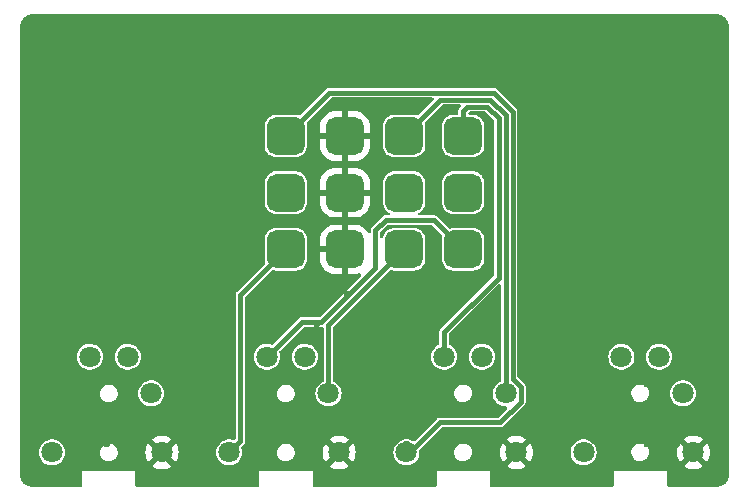
<source format=gbr>
%TF.GenerationSoftware,KiCad,Pcbnew,7.0.6-7.0.6~ubuntu22.04.1*%
%TF.CreationDate,2023-08-06T19:07:11+12:00*%
%TF.ProjectId,AUX_SWITCH,4155585f-5357-4495-9443-482e6b696361,v1.0*%
%TF.SameCoordinates,Original*%
%TF.FileFunction,Copper,L2,Bot*%
%TF.FilePolarity,Positive*%
%FSLAX46Y46*%
G04 Gerber Fmt 4.6, Leading zero omitted, Abs format (unit mm)*
G04 Created by KiCad (PCBNEW 7.0.6-7.0.6~ubuntu22.04.1) date 2023-08-06 19:07:11*
%MOMM*%
%LPD*%
G01*
G04 APERTURE LIST*
G04 Aperture macros list*
%AMRoundRect*
0 Rectangle with rounded corners*
0 $1 Rounding radius*
0 $2 $3 $4 $5 $6 $7 $8 $9 X,Y pos of 4 corners*
0 Add a 4 corners polygon primitive as box body*
4,1,4,$2,$3,$4,$5,$6,$7,$8,$9,$2,$3,0*
0 Add four circle primitives for the rounded corners*
1,1,$1+$1,$2,$3*
1,1,$1+$1,$4,$5*
1,1,$1+$1,$6,$7*
1,1,$1+$1,$8,$9*
0 Add four rect primitives between the rounded corners*
20,1,$1+$1,$2,$3,$4,$5,0*
20,1,$1+$1,$4,$5,$6,$7,0*
20,1,$1+$1,$6,$7,$8,$9,0*
20,1,$1+$1,$8,$9,$2,$3,0*%
G04 Aperture macros list end*
%TA.AperFunction,ComponentPad*%
%ADD10C,1.800000*%
%TD*%
%TA.AperFunction,ComponentPad*%
%ADD11RoundRect,0.800000X0.800000X-0.800000X0.800000X0.800000X-0.800000X0.800000X-0.800000X-0.800000X0*%
%TD*%
%TA.AperFunction,ViaPad*%
%ADD12C,0.600000*%
%TD*%
%TA.AperFunction,Conductor*%
%ADD13C,0.400000*%
%TD*%
G04 APERTURE END LIST*
D10*
%TO.P,J4,1,M*%
%TO.N,/M_OUT1*%
X157700000Y-115000000D03*
%TO.P,J4,2,L*%
%TO.N,/L_OUT1*%
X166100000Y-110000000D03*
%TO.P,J4,3,R*%
%TO.N,/R_OUT1*%
X160900000Y-106900000D03*
%TO.P,J4,4,G*%
%TO.N,Net-(J4-G)*%
X167000000Y-115000000D03*
%TO.P,J4,7*%
%TO.N,N/C*%
X164100000Y-106900000D03*
%TD*%
%TO.P,J6,1,M*%
%TO.N,/M_IN*%
X142700000Y-115000000D03*
%TO.P,J6,2,L*%
%TO.N,/L_IN*%
X151100000Y-110000000D03*
%TO.P,J6,3,R*%
%TO.N,/R_IN*%
X145900000Y-106900000D03*
%TO.P,J6,4,G*%
%TO.N,Net-(J4-G)*%
X152000000Y-115000000D03*
%TO.P,J6,7*%
%TO.N,N/C*%
X149100000Y-106900000D03*
%TD*%
D11*
%TO.P,J1,1,1*%
%TO.N,/M_IN_SW*%
X162500000Y-93000000D03*
%TO.P,J1,2,2*%
%TO.N,Net-(J4-G)*%
X167500000Y-93000000D03*
%TO.P,J1,3,3*%
%TO.N,/L_IN*%
X172500000Y-93000000D03*
%TO.P,J1,4,4*%
%TO.N,/R_IN*%
X177500000Y-93000000D03*
%TD*%
D10*
%TO.P,J7,1,M*%
%TO.N,/M_OUT2*%
X172700000Y-115000000D03*
%TO.P,J7,2,L*%
%TO.N,/L_OUT2*%
X181100000Y-110000000D03*
%TO.P,J7,3,R*%
%TO.N,/R_OUT2*%
X175900000Y-106900000D03*
%TO.P,J7,4,G*%
%TO.N,Net-(J4-G)*%
X182000000Y-115000000D03*
%TO.P,J7,7*%
%TO.N,N/C*%
X179100000Y-106900000D03*
%TD*%
%TO.P,J5,1,M*%
%TO.N,/M_MIC*%
X187700000Y-115000000D03*
%TO.P,J5,2,L*%
%TO.N,unconnected-(J5-L-Pad2)*%
X196100000Y-110000000D03*
%TO.P,J5,3,R*%
%TO.N,unconnected-(J5-R-Pad3)*%
X190900000Y-106900000D03*
%TO.P,J5,4,G*%
%TO.N,Net-(J4-G)*%
X197000000Y-115000000D03*
%TO.P,J5,7*%
%TO.N,N/C*%
X194100000Y-106900000D03*
%TD*%
D11*
%TO.P,J3,1,1*%
%TO.N,/M_OUT2*%
X162500000Y-88200000D03*
%TO.P,J3,2,2*%
%TO.N,Net-(J4-G)*%
X167500000Y-88200000D03*
%TO.P,J3,3,3*%
%TO.N,/L_OUT2*%
X172500000Y-88200000D03*
%TO.P,J3,4,4*%
%TO.N,/R_OUT2*%
X177500000Y-88200000D03*
%TD*%
%TO.P,J2,1,1*%
%TO.N,/M_OUT1*%
X162500000Y-97800000D03*
%TO.P,J2,2,2*%
%TO.N,Net-(J4-G)*%
X167500000Y-97800000D03*
%TO.P,J2,3,3*%
%TO.N,/L_OUT1*%
X172500000Y-97800000D03*
%TO.P,J2,4,4*%
%TO.N,/R_OUT1*%
X177500000Y-97800000D03*
%TD*%
D12*
%TO.N,Net-(J4-G)*%
X147320000Y-104140000D03*
X147320000Y-96520000D03*
X147320000Y-99060000D03*
X147320000Y-101600000D03*
X142240000Y-111760000D03*
X144780000Y-109220000D03*
X144780000Y-111760000D03*
X149860000Y-111760000D03*
X182880000Y-116840000D03*
X182880000Y-111760000D03*
X182880000Y-106680000D03*
X182880000Y-104140000D03*
X182880000Y-101600000D03*
X160020000Y-99060000D03*
X160020000Y-96520000D03*
X160020000Y-93980000D03*
X160020000Y-91440000D03*
X160020000Y-88900000D03*
X160020000Y-86360000D03*
X182880000Y-83820000D03*
X182880000Y-86360000D03*
X182880000Y-81280000D03*
X182880000Y-99060000D03*
X182880000Y-88900000D03*
X182880000Y-91440000D03*
X182880000Y-96520000D03*
X182880000Y-93980000D03*
X167640000Y-83820000D03*
X175260000Y-83820000D03*
X170180000Y-83820000D03*
X160020000Y-83820000D03*
X165100000Y-83820000D03*
X177800000Y-83820000D03*
X157480000Y-83820000D03*
X172720000Y-83820000D03*
X180340000Y-83820000D03*
X162560000Y-83820000D03*
X167640000Y-116840000D03*
X170180000Y-116840000D03*
X157480000Y-116840000D03*
X172720000Y-116840000D03*
X180340000Y-116840000D03*
X175260000Y-114300000D03*
X170180000Y-114300000D03*
X160020000Y-114300000D03*
X165100000Y-114300000D03*
X172720000Y-114300000D03*
X180340000Y-114300000D03*
X167640000Y-111760000D03*
X175260000Y-111760000D03*
X170180000Y-111760000D03*
X160020000Y-111760000D03*
X165100000Y-111760000D03*
X177800000Y-111760000D03*
X157480000Y-111760000D03*
X172720000Y-111760000D03*
X180340000Y-111760000D03*
X162560000Y-111760000D03*
X167640000Y-109220000D03*
X175260000Y-109220000D03*
X170180000Y-109220000D03*
X160020000Y-109220000D03*
X157480000Y-109220000D03*
X172720000Y-109220000D03*
X167640000Y-106680000D03*
X170180000Y-106680000D03*
X157480000Y-106680000D03*
X172720000Y-106680000D03*
X162560000Y-106680000D03*
X167640000Y-104140000D03*
X175260000Y-104140000D03*
X170180000Y-104140000D03*
X160020000Y-104140000D03*
X165100000Y-104140000D03*
X177800000Y-104140000D03*
X157480000Y-104140000D03*
X172720000Y-104140000D03*
X180340000Y-104140000D03*
X162560000Y-104140000D03*
X167640000Y-101600000D03*
X175260000Y-101600000D03*
X170180000Y-101600000D03*
X160020000Y-101600000D03*
X165100000Y-101600000D03*
X177800000Y-101600000D03*
X157480000Y-101600000D03*
X172720000Y-101600000D03*
X180340000Y-101600000D03*
X162560000Y-101600000D03*
X142240000Y-116840000D03*
X144780000Y-116840000D03*
X154940000Y-116840000D03*
X157480000Y-116840000D03*
X152400000Y-116840000D03*
X144780000Y-114300000D03*
X154940000Y-114300000D03*
X147320000Y-114300000D03*
X149860000Y-114300000D03*
X154940000Y-111760000D03*
X147320000Y-111760000D03*
X157480000Y-111760000D03*
X152400000Y-111760000D03*
X142240000Y-109220000D03*
X154940000Y-109220000D03*
X157480000Y-109220000D03*
X142240000Y-106680000D03*
X154940000Y-106680000D03*
X157480000Y-106680000D03*
X152400000Y-106680000D03*
X142240000Y-104140000D03*
X144780000Y-104140000D03*
X154940000Y-104140000D03*
X149860000Y-104140000D03*
X157480000Y-104140000D03*
X152400000Y-104140000D03*
X142240000Y-101600000D03*
X144780000Y-101600000D03*
X154940000Y-101600000D03*
X149860000Y-101600000D03*
X157480000Y-101600000D03*
X152400000Y-101600000D03*
X142240000Y-99060000D03*
X144780000Y-99060000D03*
X154940000Y-99060000D03*
X149860000Y-99060000D03*
X157480000Y-99060000D03*
X152400000Y-99060000D03*
X142240000Y-96520000D03*
X144780000Y-96520000D03*
X154940000Y-96520000D03*
X149860000Y-96520000D03*
X157480000Y-96520000D03*
X152400000Y-96520000D03*
X142240000Y-93980000D03*
X144780000Y-93980000D03*
X154940000Y-93980000D03*
X157480000Y-93980000D03*
X152400000Y-93980000D03*
X142240000Y-91440000D03*
X144780000Y-91440000D03*
X154940000Y-91440000D03*
X149860000Y-91440000D03*
X157480000Y-91440000D03*
X152400000Y-91440000D03*
X142240000Y-88900000D03*
X144780000Y-88900000D03*
X154940000Y-88900000D03*
X147320000Y-88900000D03*
X149860000Y-88900000D03*
X157480000Y-88900000D03*
X152400000Y-88900000D03*
X142240000Y-86360000D03*
X144780000Y-86360000D03*
X154940000Y-86360000D03*
X147320000Y-86360000D03*
X149860000Y-86360000D03*
X157480000Y-86360000D03*
X152400000Y-86360000D03*
X142240000Y-83820000D03*
X144780000Y-83820000D03*
X154940000Y-83820000D03*
X147320000Y-83820000D03*
X149860000Y-83820000D03*
X157480000Y-83820000D03*
X152400000Y-83820000D03*
X185420000Y-116840000D03*
X195580000Y-116840000D03*
X198120000Y-116840000D03*
X187960000Y-116840000D03*
X185420000Y-114300000D03*
X193040000Y-114300000D03*
X195580000Y-114300000D03*
X190500000Y-114300000D03*
X185420000Y-111760000D03*
X193040000Y-111760000D03*
X195580000Y-111760000D03*
X198120000Y-111760000D03*
X187960000Y-111760000D03*
X190500000Y-111760000D03*
X185420000Y-109220000D03*
X193040000Y-109220000D03*
X198120000Y-109220000D03*
X187960000Y-109220000D03*
X190500000Y-109220000D03*
X185420000Y-106680000D03*
X195580000Y-106680000D03*
X198120000Y-106680000D03*
X187960000Y-106680000D03*
X185420000Y-104140000D03*
X193040000Y-104140000D03*
X195580000Y-104140000D03*
X198120000Y-104140000D03*
X187960000Y-104140000D03*
X190500000Y-104140000D03*
X185420000Y-101600000D03*
X193040000Y-101600000D03*
X195580000Y-101600000D03*
X198120000Y-101600000D03*
X187960000Y-101600000D03*
X190500000Y-101600000D03*
X185420000Y-99060000D03*
X193040000Y-99060000D03*
X195580000Y-99060000D03*
X198120000Y-99060000D03*
X187960000Y-99060000D03*
X190500000Y-99060000D03*
X185420000Y-96520000D03*
X193040000Y-96520000D03*
X195580000Y-96520000D03*
X198120000Y-96520000D03*
X187960000Y-96520000D03*
X190500000Y-96520000D03*
X185420000Y-93980000D03*
X193040000Y-93980000D03*
X195580000Y-93980000D03*
X198120000Y-93980000D03*
X187960000Y-93980000D03*
X190500000Y-93980000D03*
X185420000Y-91440000D03*
X193040000Y-91440000D03*
X195580000Y-91440000D03*
X198120000Y-91440000D03*
X187960000Y-91440000D03*
X190500000Y-91440000D03*
X185420000Y-88900000D03*
X193040000Y-88900000D03*
X195580000Y-88900000D03*
X198120000Y-88900000D03*
X187960000Y-88900000D03*
X190500000Y-88900000D03*
X185420000Y-86360000D03*
X193040000Y-86360000D03*
X195580000Y-86360000D03*
X198120000Y-86360000D03*
X187960000Y-86360000D03*
X190500000Y-86360000D03*
X190500000Y-83820000D03*
X198120000Y-83820000D03*
X185420000Y-83820000D03*
X187960000Y-83820000D03*
X193040000Y-83820000D03*
X182880000Y-83820000D03*
X195580000Y-83820000D03*
X170180000Y-78740000D03*
X177800000Y-78740000D03*
X142240000Y-78740000D03*
X172720000Y-78740000D03*
X190500000Y-78740000D03*
X198120000Y-78740000D03*
X144780000Y-78740000D03*
X162560000Y-78740000D03*
X167640000Y-78740000D03*
X154940000Y-78740000D03*
X147320000Y-78740000D03*
X180340000Y-78740000D03*
X185420000Y-78740000D03*
X187960000Y-78740000D03*
X149860000Y-78740000D03*
X157480000Y-78740000D03*
X160020000Y-78740000D03*
X152400000Y-78740000D03*
X193040000Y-78740000D03*
X175260000Y-78740000D03*
X182880000Y-78740000D03*
X165100000Y-78740000D03*
X195580000Y-78740000D03*
X142240000Y-81280000D03*
X144780000Y-81280000D03*
X147320000Y-81280000D03*
X149860000Y-81280000D03*
X154940000Y-81280000D03*
X152400000Y-81280000D03*
X157480000Y-81280000D03*
X160020000Y-81280000D03*
X162560000Y-81280000D03*
X165100000Y-81280000D03*
X167640000Y-81280000D03*
X170180000Y-81280000D03*
X172720000Y-81280000D03*
X175260000Y-81280000D03*
X198120000Y-81280000D03*
X195580000Y-81280000D03*
X193040000Y-81280000D03*
X190500000Y-81280000D03*
X187960000Y-81280000D03*
X185420000Y-81280000D03*
X182880000Y-81280000D03*
X180340000Y-81280000D03*
X177800000Y-81280000D03*
%TD*%
D13*
%TO.N,/M_OUT1*%
X157700000Y-115000000D02*
X158648400Y-114051600D01*
X158648400Y-114051600D02*
X158648400Y-101651600D01*
X158648400Y-101651600D02*
X162500000Y-97800000D01*
%TO.N,/R_OUT2*%
X175900000Y-105232200D02*
X175900000Y-106900000D01*
X177500000Y-88200000D02*
X177500000Y-86110800D01*
X177500000Y-86110800D02*
X177495200Y-86106000D01*
X177870000Y-85731200D02*
X179548472Y-85731200D01*
X177495200Y-86106000D02*
X177870000Y-85731200D01*
X179548472Y-85731200D02*
X180500000Y-86682728D01*
X180500000Y-86682728D02*
X180500000Y-100195400D01*
X180500000Y-100195400D02*
X175900000Y-104795400D01*
X175900000Y-104795400D02*
X175900000Y-105232200D01*
%TO.N,/M_OUT2*%
X172700000Y-115000000D02*
X173009950Y-115000000D01*
X182400000Y-109461522D02*
X181700000Y-108761522D01*
X173009950Y-115000000D02*
X175549950Y-112460000D01*
X180086000Y-84531200D02*
X166168800Y-84531200D01*
X175549950Y-112460000D02*
X180629950Y-112460000D01*
X180629950Y-112460000D02*
X182400000Y-110689950D01*
X182400000Y-110689950D02*
X182400000Y-109461522D01*
X181700000Y-108761522D02*
X181700000Y-86145200D01*
X166168800Y-84531200D02*
X162500000Y-88200000D01*
X181700000Y-86145200D02*
X180086000Y-84531200D01*
%TO.N,/L_OUT2*%
X181100000Y-110000000D02*
X181100000Y-86434200D01*
X181100000Y-86434200D02*
X179797000Y-85131200D01*
X179797000Y-85131200D02*
X175568800Y-85131200D01*
X175568800Y-85131200D02*
X172500000Y-88200000D01*
%TO.N,/R_OUT1*%
X177500000Y-97800000D02*
X175026200Y-95326200D01*
X163863200Y-103936800D02*
X160900000Y-106900000D01*
X175026200Y-95326200D02*
X170942000Y-95326200D01*
X170942000Y-95326200D02*
X170078400Y-96189800D01*
X170078400Y-96189800D02*
X170078400Y-99373072D01*
X170078400Y-99373072D02*
X165500000Y-103951472D01*
X165500000Y-103951472D02*
X165485328Y-103936800D01*
X165485328Y-103936800D02*
X163863200Y-103936800D01*
%TO.N,/L_OUT1*%
X166100000Y-110000000D02*
X166100000Y-104200000D01*
X166100000Y-104200000D02*
X172500000Y-97800000D01*
%TD*%
%TA.AperFunction,Conductor*%
%TO.N,Net-(J4-G)*%
G36*
X199002692Y-77900735D02*
G01*
X199045551Y-77904485D01*
X199171760Y-77916915D01*
X199191677Y-77920539D01*
X199258392Y-77938415D01*
X199319827Y-77957051D01*
X199351556Y-77966677D01*
X199367965Y-77972955D01*
X199435390Y-78004397D01*
X199438414Y-78005908D01*
X199487048Y-78031902D01*
X199522327Y-78050759D01*
X199528649Y-78054643D01*
X199594855Y-78101001D01*
X199598616Y-78103855D01*
X199670801Y-78163096D01*
X199675301Y-78167174D01*
X199732819Y-78224692D01*
X199736899Y-78229194D01*
X199796150Y-78301394D01*
X199799012Y-78305165D01*
X199845342Y-78371331D01*
X199849238Y-78377672D01*
X199894093Y-78461590D01*
X199895605Y-78464615D01*
X199927041Y-78532028D01*
X199933320Y-78548438D01*
X199961598Y-78641659D01*
X199979454Y-78708301D01*
X199983082Y-78728239D01*
X199995523Y-78854552D01*
X199999264Y-78897302D01*
X199999500Y-78902709D01*
X199999500Y-116897292D01*
X199999264Y-116902698D01*
X199995520Y-116945490D01*
X199983085Y-117071746D01*
X199979457Y-117091684D01*
X199961583Y-117158396D01*
X199933324Y-117251550D01*
X199927046Y-117267959D01*
X199895592Y-117335411D01*
X199894080Y-117338437D01*
X199849249Y-117422308D01*
X199845354Y-117428649D01*
X199798994Y-117494858D01*
X199796132Y-117498630D01*
X199736906Y-117570797D01*
X199732818Y-117575308D01*
X199675309Y-117632817D01*
X199670798Y-117636905D01*
X199598618Y-117696142D01*
X199594846Y-117699004D01*
X199528663Y-117745345D01*
X199522322Y-117749241D01*
X199438403Y-117794095D01*
X199435380Y-117795606D01*
X199367971Y-117827041D01*
X199351560Y-117833321D01*
X199258359Y-117861593D01*
X199191692Y-117879455D01*
X199171754Y-117883083D01*
X199045468Y-117895521D01*
X199004815Y-117899078D01*
X199002696Y-117899264D01*
X198997290Y-117899500D01*
X194874500Y-117899500D01*
X194807461Y-117879815D01*
X194761706Y-117827011D01*
X194750500Y-117775500D01*
X194750500Y-116624759D01*
X194750528Y-116624616D01*
X194750524Y-116624616D01*
X194750539Y-116600002D01*
X194750541Y-116600000D01*
X194750462Y-116599808D01*
X194750384Y-116599618D01*
X194750382Y-116599616D01*
X194750099Y-116599500D01*
X194750000Y-116599459D01*
X194725446Y-116599459D01*
X194725240Y-116599500D01*
X190274760Y-116599500D01*
X190274554Y-116599459D01*
X190250000Y-116599459D01*
X190249901Y-116599500D01*
X190249617Y-116599616D01*
X190249615Y-116599618D01*
X190249459Y-116599999D01*
X190249476Y-116624616D01*
X190249471Y-116624616D01*
X190249500Y-116624759D01*
X190249500Y-117775500D01*
X190229815Y-117842539D01*
X190177011Y-117888294D01*
X190125500Y-117899500D01*
X179874500Y-117899500D01*
X179807461Y-117879815D01*
X179761706Y-117827011D01*
X179750500Y-117775500D01*
X179750500Y-116624759D01*
X179750528Y-116624616D01*
X179750524Y-116624616D01*
X179750539Y-116600002D01*
X179750541Y-116600000D01*
X179750462Y-116599808D01*
X179750384Y-116599618D01*
X179750382Y-116599616D01*
X179750099Y-116599500D01*
X179750000Y-116599459D01*
X179725446Y-116599459D01*
X179725240Y-116599500D01*
X175274760Y-116599500D01*
X175274554Y-116599459D01*
X175250000Y-116599459D01*
X175249901Y-116599500D01*
X175249617Y-116599616D01*
X175249615Y-116599618D01*
X175249459Y-116599999D01*
X175249476Y-116624616D01*
X175249471Y-116624616D01*
X175249500Y-116624759D01*
X175249500Y-117775500D01*
X175229815Y-117842539D01*
X175177011Y-117888294D01*
X175125500Y-117899500D01*
X164874500Y-117899500D01*
X164807461Y-117879815D01*
X164761706Y-117827011D01*
X164750500Y-117775500D01*
X164750500Y-116624759D01*
X164750528Y-116624616D01*
X164750524Y-116624616D01*
X164750539Y-116600002D01*
X164750541Y-116600000D01*
X164750462Y-116599808D01*
X164750384Y-116599618D01*
X164750382Y-116599616D01*
X164750099Y-116599500D01*
X164750000Y-116599459D01*
X164725446Y-116599459D01*
X164725240Y-116599500D01*
X160274760Y-116599500D01*
X160274554Y-116599459D01*
X160250000Y-116599459D01*
X160249901Y-116599500D01*
X160249617Y-116599616D01*
X160249615Y-116599618D01*
X160249459Y-116599999D01*
X160249476Y-116624616D01*
X160249471Y-116624616D01*
X160249500Y-116624759D01*
X160249500Y-117775500D01*
X160229815Y-117842539D01*
X160177011Y-117888294D01*
X160125500Y-117899500D01*
X149874500Y-117899500D01*
X149807461Y-117879815D01*
X149761706Y-117827011D01*
X149750500Y-117775500D01*
X149750500Y-116624759D01*
X149750528Y-116624616D01*
X149750524Y-116624616D01*
X149750539Y-116600002D01*
X149750541Y-116600000D01*
X149750462Y-116599808D01*
X149750384Y-116599618D01*
X149750382Y-116599616D01*
X149750099Y-116599500D01*
X149750000Y-116599459D01*
X149725446Y-116599459D01*
X149725240Y-116599500D01*
X145274760Y-116599500D01*
X145274554Y-116599459D01*
X145250000Y-116599459D01*
X145249901Y-116599500D01*
X145249617Y-116599616D01*
X145249615Y-116599618D01*
X145249459Y-116599999D01*
X145249476Y-116624616D01*
X145249471Y-116624616D01*
X145249500Y-116624759D01*
X145249500Y-117775500D01*
X145229815Y-117842539D01*
X145177011Y-117888294D01*
X145125500Y-117899500D01*
X141002706Y-117899500D01*
X140997305Y-117899264D01*
X140981659Y-117897895D01*
X140954514Y-117895520D01*
X140944843Y-117894568D01*
X140828250Y-117883085D01*
X140808312Y-117879457D01*
X140741612Y-117861586D01*
X140648441Y-117833322D01*
X140632031Y-117827043D01*
X140564616Y-117795606D01*
X140561592Y-117794094D01*
X140477677Y-117749242D01*
X140471341Y-117745349D01*
X140405153Y-117699004D01*
X140401382Y-117696143D01*
X140329197Y-117636902D01*
X140324696Y-117632823D01*
X140267178Y-117575305D01*
X140263099Y-117570804D01*
X140203848Y-117498604D01*
X140200986Y-117494833D01*
X140187837Y-117476055D01*
X140154648Y-117428656D01*
X140150760Y-117422325D01*
X140105909Y-117338414D01*
X140104397Y-117335391D01*
X140093223Y-117311429D01*
X140072953Y-117267961D01*
X140066681Y-117251568D01*
X140038404Y-117158352D01*
X140020541Y-117091684D01*
X140016916Y-117071759D01*
X140004483Y-116945535D01*
X140000735Y-116902695D01*
X140000500Y-116897293D01*
X140000500Y-115000000D01*
X141594785Y-115000000D01*
X141613602Y-115203082D01*
X141669417Y-115399247D01*
X141669422Y-115399260D01*
X141760327Y-115581821D01*
X141883237Y-115744581D01*
X142033958Y-115881980D01*
X142033960Y-115881982D01*
X142133141Y-115943392D01*
X142207363Y-115989348D01*
X142397544Y-116063024D01*
X142598024Y-116100500D01*
X142598026Y-116100500D01*
X142801974Y-116100500D01*
X142801976Y-116100500D01*
X143002456Y-116063024D01*
X143192637Y-115989348D01*
X143366041Y-115881981D01*
X143516764Y-115744579D01*
X143639673Y-115581821D01*
X143730582Y-115399250D01*
X143786397Y-115203083D01*
X143801144Y-115043933D01*
X146745668Y-115043933D01*
X146761058Y-115131210D01*
X146776135Y-115216711D01*
X146845623Y-115377804D01*
X146845624Y-115377806D01*
X146845626Y-115377809D01*
X146936595Y-115500000D01*
X146950390Y-115518530D01*
X147084786Y-115631302D01*
X147159065Y-115668606D01*
X147241562Y-115710038D01*
X147241563Y-115710038D01*
X147241567Y-115710040D01*
X147412279Y-115750500D01*
X147412282Y-115750500D01*
X147543701Y-115750500D01*
X147543709Y-115750500D01*
X147674255Y-115735241D01*
X147839117Y-115675237D01*
X147985696Y-115578830D01*
X148106092Y-115451218D01*
X148193812Y-115299281D01*
X148244130Y-115131210D01*
X148251772Y-115000005D01*
X150595202Y-115000005D01*
X150614361Y-115231218D01*
X150671317Y-115456135D01*
X150764516Y-115668609D01*
X150848811Y-115797633D01*
X151516922Y-115129523D01*
X151540507Y-115209844D01*
X151618239Y-115330798D01*
X151726900Y-115424952D01*
X151857685Y-115484680D01*
X151867466Y-115486086D01*
X151201199Y-116152351D01*
X151231650Y-116176050D01*
X151435697Y-116286476D01*
X151435706Y-116286479D01*
X151655139Y-116361811D01*
X151883993Y-116400000D01*
X152116007Y-116400000D01*
X152344860Y-116361811D01*
X152564293Y-116286479D01*
X152564302Y-116286476D01*
X152768350Y-116176050D01*
X152798798Y-116152351D01*
X152132533Y-115486086D01*
X152142315Y-115484680D01*
X152273100Y-115424952D01*
X152381761Y-115330798D01*
X152459493Y-115209844D01*
X152483076Y-115129524D01*
X153151186Y-115797634D01*
X153235484Y-115668606D01*
X153328682Y-115456135D01*
X153385638Y-115231218D01*
X153404798Y-115000005D01*
X153404798Y-115000000D01*
X156594785Y-115000000D01*
X156613602Y-115203082D01*
X156669417Y-115399247D01*
X156669422Y-115399260D01*
X156760327Y-115581821D01*
X156883237Y-115744581D01*
X157033958Y-115881980D01*
X157033960Y-115881982D01*
X157133141Y-115943392D01*
X157207363Y-115989348D01*
X157397544Y-116063024D01*
X157598024Y-116100500D01*
X157598026Y-116100500D01*
X157801974Y-116100500D01*
X157801976Y-116100500D01*
X158002456Y-116063024D01*
X158192637Y-115989348D01*
X158366041Y-115881981D01*
X158516764Y-115744579D01*
X158639673Y-115581821D01*
X158730582Y-115399250D01*
X158786397Y-115203083D01*
X158801144Y-115043933D01*
X161745668Y-115043933D01*
X161761058Y-115131210D01*
X161776135Y-115216711D01*
X161845623Y-115377804D01*
X161845624Y-115377806D01*
X161845626Y-115377809D01*
X161936595Y-115500000D01*
X161950390Y-115518530D01*
X162084786Y-115631302D01*
X162159065Y-115668606D01*
X162241562Y-115710038D01*
X162241563Y-115710038D01*
X162241567Y-115710040D01*
X162412279Y-115750500D01*
X162412282Y-115750500D01*
X162543701Y-115750500D01*
X162543709Y-115750500D01*
X162674255Y-115735241D01*
X162839117Y-115675237D01*
X162985696Y-115578830D01*
X163106092Y-115451218D01*
X163193812Y-115299281D01*
X163244130Y-115131210D01*
X163251772Y-115000005D01*
X165595202Y-115000005D01*
X165614361Y-115231218D01*
X165671317Y-115456135D01*
X165764516Y-115668609D01*
X165848811Y-115797633D01*
X166516922Y-115129522D01*
X166540507Y-115209844D01*
X166618239Y-115330798D01*
X166726900Y-115424952D01*
X166857685Y-115484680D01*
X166867466Y-115486086D01*
X166201199Y-116152351D01*
X166231650Y-116176050D01*
X166435697Y-116286476D01*
X166435706Y-116286479D01*
X166655139Y-116361811D01*
X166883993Y-116400000D01*
X167116007Y-116400000D01*
X167344860Y-116361811D01*
X167564293Y-116286479D01*
X167564302Y-116286476D01*
X167768350Y-116176050D01*
X167798798Y-116152351D01*
X167132533Y-115486086D01*
X167142315Y-115484680D01*
X167273100Y-115424952D01*
X167381761Y-115330798D01*
X167459493Y-115209844D01*
X167483076Y-115129524D01*
X168151186Y-115797634D01*
X168235484Y-115668606D01*
X168328682Y-115456135D01*
X168385638Y-115231218D01*
X168404798Y-115000005D01*
X168404798Y-114999994D01*
X168385638Y-114768781D01*
X168328682Y-114543864D01*
X168235483Y-114331390D01*
X168151186Y-114202364D01*
X167483076Y-114870474D01*
X167459493Y-114790156D01*
X167381761Y-114669202D01*
X167273100Y-114575048D01*
X167142315Y-114515320D01*
X167132532Y-114513913D01*
X167798799Y-113847647D01*
X167768349Y-113823949D01*
X167564302Y-113713523D01*
X167564293Y-113713520D01*
X167344860Y-113638188D01*
X167116007Y-113600000D01*
X166883993Y-113600000D01*
X166655139Y-113638188D01*
X166435706Y-113713520D01*
X166435698Y-113713523D01*
X166231644Y-113823952D01*
X166201200Y-113847646D01*
X166201200Y-113847647D01*
X166867465Y-114513913D01*
X166857685Y-114515320D01*
X166726900Y-114575048D01*
X166618239Y-114669202D01*
X166540507Y-114790156D01*
X166516923Y-114870476D01*
X165848812Y-114202365D01*
X165764516Y-114331391D01*
X165764514Y-114331395D01*
X165671317Y-114543864D01*
X165614361Y-114768781D01*
X165595202Y-114999994D01*
X165595202Y-115000005D01*
X163251772Y-115000005D01*
X163254331Y-114956065D01*
X163223865Y-114783289D01*
X163154377Y-114622196D01*
X163138412Y-114600752D01*
X163049609Y-114481469D01*
X162915214Y-114368698D01*
X162915212Y-114368697D01*
X162758437Y-114289961D01*
X162758344Y-114289939D01*
X162587721Y-114249500D01*
X162456291Y-114249500D01*
X162353567Y-114261507D01*
X162325743Y-114264759D01*
X162325740Y-114264760D01*
X162160884Y-114324762D01*
X162160880Y-114324764D01*
X162014306Y-114421167D01*
X162014305Y-114421168D01*
X161893910Y-114548778D01*
X161806188Y-114700718D01*
X161755870Y-114868789D01*
X161755869Y-114868794D01*
X161745668Y-115043933D01*
X158801144Y-115043933D01*
X158805215Y-115000000D01*
X158805214Y-114999994D01*
X158786397Y-114796918D01*
X158786397Y-114796917D01*
X158736139Y-114620280D01*
X158736725Y-114550416D01*
X158767722Y-114498669D01*
X158953883Y-114312509D01*
X158953882Y-114312508D01*
X158976450Y-114289942D01*
X158986506Y-114270203D01*
X158996670Y-114253616D01*
X159009696Y-114235690D01*
X159016542Y-114214616D01*
X159023985Y-114196647D01*
X159034046Y-114176904D01*
X159037512Y-114155017D01*
X159042055Y-114136098D01*
X159048900Y-114115033D01*
X159048900Y-113988167D01*
X159048900Y-113988166D01*
X159048900Y-110043933D01*
X161745668Y-110043933D01*
X161761058Y-110131210D01*
X161776135Y-110216711D01*
X161845623Y-110377804D01*
X161845624Y-110377806D01*
X161845626Y-110377809D01*
X161861596Y-110399260D01*
X161950390Y-110518530D01*
X162084786Y-110631302D01*
X162162488Y-110670325D01*
X162241562Y-110710038D01*
X162241563Y-110710038D01*
X162241567Y-110710040D01*
X162412279Y-110750500D01*
X162412282Y-110750500D01*
X162543701Y-110750500D01*
X162543709Y-110750500D01*
X162674255Y-110735241D01*
X162839117Y-110675237D01*
X162985696Y-110578830D01*
X163106092Y-110451218D01*
X163193812Y-110299281D01*
X163244130Y-110131210D01*
X163254331Y-109956065D01*
X163223865Y-109783289D01*
X163154377Y-109622196D01*
X163138412Y-109600752D01*
X163049609Y-109481469D01*
X162915214Y-109368698D01*
X162915212Y-109368697D01*
X162758437Y-109289961D01*
X162758433Y-109289960D01*
X162587721Y-109249500D01*
X162456291Y-109249500D01*
X162351854Y-109261707D01*
X162325743Y-109264759D01*
X162325740Y-109264760D01*
X162160884Y-109324762D01*
X162160880Y-109324764D01*
X162014306Y-109421167D01*
X162014305Y-109421168D01*
X161893910Y-109548778D01*
X161806188Y-109700718D01*
X161755870Y-109868789D01*
X161755869Y-109868794D01*
X161745668Y-110043933D01*
X159048900Y-110043933D01*
X159048900Y-106900000D01*
X159794785Y-106900000D01*
X159813602Y-107103082D01*
X159869417Y-107299247D01*
X159869422Y-107299260D01*
X159960327Y-107481821D01*
X160083237Y-107644581D01*
X160233958Y-107781980D01*
X160233960Y-107781982D01*
X160333141Y-107843392D01*
X160407363Y-107889348D01*
X160597544Y-107963024D01*
X160798024Y-108000500D01*
X160798026Y-108000500D01*
X161001974Y-108000500D01*
X161001976Y-108000500D01*
X161202456Y-107963024D01*
X161392637Y-107889348D01*
X161566041Y-107781981D01*
X161716764Y-107644579D01*
X161839673Y-107481821D01*
X161930582Y-107299250D01*
X161986397Y-107103083D01*
X162005215Y-106900000D01*
X162994785Y-106900000D01*
X163013602Y-107103082D01*
X163069417Y-107299247D01*
X163069422Y-107299260D01*
X163160327Y-107481821D01*
X163283237Y-107644581D01*
X163433958Y-107781980D01*
X163433960Y-107781982D01*
X163533141Y-107843392D01*
X163607363Y-107889348D01*
X163797544Y-107963024D01*
X163998024Y-108000500D01*
X163998026Y-108000500D01*
X164201974Y-108000500D01*
X164201976Y-108000500D01*
X164402456Y-107963024D01*
X164592637Y-107889348D01*
X164766041Y-107781981D01*
X164916764Y-107644579D01*
X165039673Y-107481821D01*
X165130582Y-107299250D01*
X165186397Y-107103083D01*
X165205215Y-106900000D01*
X165186397Y-106696917D01*
X165130582Y-106500750D01*
X165039673Y-106318179D01*
X164916764Y-106155421D01*
X164916762Y-106155418D01*
X164766041Y-106018019D01*
X164766039Y-106018017D01*
X164592642Y-105910655D01*
X164592639Y-105910653D01*
X164592637Y-105910652D01*
X164592636Y-105910651D01*
X164592635Y-105910651D01*
X164469805Y-105863067D01*
X164402456Y-105836976D01*
X164201976Y-105799500D01*
X163998024Y-105799500D01*
X163797544Y-105836976D01*
X163797541Y-105836976D01*
X163797541Y-105836977D01*
X163607364Y-105910651D01*
X163607357Y-105910655D01*
X163433960Y-106018017D01*
X163433958Y-106018019D01*
X163283237Y-106155418D01*
X163160327Y-106318178D01*
X163069422Y-106500739D01*
X163069417Y-106500752D01*
X163013602Y-106696917D01*
X162994785Y-106899999D01*
X162994785Y-106900000D01*
X162005215Y-106900000D01*
X161986397Y-106696917D01*
X161936139Y-106520280D01*
X161936725Y-106450416D01*
X161967722Y-106398669D01*
X163992773Y-104373619D01*
X164054097Y-104340134D01*
X164080455Y-104337300D01*
X165371771Y-104337300D01*
X165410089Y-104343368D01*
X165436567Y-104351972D01*
X165436568Y-104351972D01*
X165573192Y-104351972D01*
X165573192Y-104355344D01*
X165625374Y-104362078D01*
X165678835Y-104407064D01*
X165699487Y-104473812D01*
X165699500Y-104475606D01*
X165699500Y-108890015D01*
X165679815Y-108957054D01*
X165627011Y-109002809D01*
X165620296Y-109005641D01*
X165607368Y-109010649D01*
X165607359Y-109010653D01*
X165433960Y-109118017D01*
X165433958Y-109118019D01*
X165283237Y-109255418D01*
X165160327Y-109418178D01*
X165069422Y-109600739D01*
X165069417Y-109600752D01*
X165013602Y-109796917D01*
X164994785Y-109999999D01*
X164994785Y-110000000D01*
X165013602Y-110203082D01*
X165069417Y-110399247D01*
X165069422Y-110399260D01*
X165160327Y-110581821D01*
X165283237Y-110744581D01*
X165433958Y-110881980D01*
X165433960Y-110881982D01*
X165476879Y-110908556D01*
X165607363Y-110989348D01*
X165797544Y-111063024D01*
X165998024Y-111100500D01*
X165998026Y-111100500D01*
X166201974Y-111100500D01*
X166201976Y-111100500D01*
X166402456Y-111063024D01*
X166592637Y-110989348D01*
X166766041Y-110881981D01*
X166894122Y-110765219D01*
X166916762Y-110744581D01*
X166916764Y-110744579D01*
X167039673Y-110581821D01*
X167130582Y-110399250D01*
X167186397Y-110203083D01*
X167201144Y-110043933D01*
X176745668Y-110043933D01*
X176761058Y-110131210D01*
X176776135Y-110216711D01*
X176845623Y-110377804D01*
X176845624Y-110377806D01*
X176845626Y-110377809D01*
X176861596Y-110399260D01*
X176950390Y-110518530D01*
X177084786Y-110631302D01*
X177162488Y-110670325D01*
X177241562Y-110710038D01*
X177241563Y-110710038D01*
X177241567Y-110710040D01*
X177412279Y-110750500D01*
X177412282Y-110750500D01*
X177543701Y-110750500D01*
X177543709Y-110750500D01*
X177674255Y-110735241D01*
X177839117Y-110675237D01*
X177985696Y-110578830D01*
X178106092Y-110451218D01*
X178193812Y-110299281D01*
X178244130Y-110131210D01*
X178254331Y-109956065D01*
X178223865Y-109783289D01*
X178154377Y-109622196D01*
X178138412Y-109600752D01*
X178049609Y-109481469D01*
X177915214Y-109368698D01*
X177915212Y-109368697D01*
X177758437Y-109289961D01*
X177758433Y-109289960D01*
X177587721Y-109249500D01*
X177456291Y-109249500D01*
X177351854Y-109261707D01*
X177325743Y-109264759D01*
X177325740Y-109264760D01*
X177160884Y-109324762D01*
X177160880Y-109324764D01*
X177014306Y-109421167D01*
X177014305Y-109421168D01*
X176893910Y-109548778D01*
X176806188Y-109700718D01*
X176755870Y-109868789D01*
X176755869Y-109868794D01*
X176745668Y-110043933D01*
X167201144Y-110043933D01*
X167205215Y-110000000D01*
X167186397Y-109796917D01*
X167130582Y-109600750D01*
X167039673Y-109418179D01*
X166949293Y-109298496D01*
X166916762Y-109255418D01*
X166766041Y-109118019D01*
X166766039Y-109118017D01*
X166592640Y-109010653D01*
X166592631Y-109010649D01*
X166579704Y-109005641D01*
X166524303Y-108963067D01*
X166500714Y-108897299D01*
X166500500Y-108890015D01*
X166500500Y-104417254D01*
X166520185Y-104350215D01*
X166536814Y-104329578D01*
X171279639Y-99586752D01*
X171340960Y-99553269D01*
X171401428Y-99555218D01*
X171522582Y-99589886D01*
X171641963Y-99600500D01*
X171641964Y-99600499D01*
X171641965Y-99600500D01*
X171641966Y-99600500D01*
X172378404Y-99600499D01*
X173358036Y-99600499D01*
X173477418Y-99589886D01*
X173673049Y-99533909D01*
X173853407Y-99439698D01*
X174011109Y-99311109D01*
X174139698Y-99153407D01*
X174233909Y-98973049D01*
X174289886Y-98777418D01*
X174300500Y-98658037D01*
X174300499Y-96941964D01*
X174289886Y-96822582D01*
X174245012Y-96665756D01*
X174233910Y-96626954D01*
X174233909Y-96626953D01*
X174233909Y-96626951D01*
X174139698Y-96446593D01*
X174035964Y-96319373D01*
X174011109Y-96288890D01*
X173895933Y-96194977D01*
X173853407Y-96160302D01*
X173673049Y-96066091D01*
X173673048Y-96066090D01*
X173673045Y-96066089D01*
X173535691Y-96026788D01*
X173477418Y-96010114D01*
X173477415Y-96010113D01*
X173477413Y-96010113D01*
X173386983Y-96002073D01*
X173358037Y-95999500D01*
X173358035Y-95999500D01*
X173358034Y-95999500D01*
X172621824Y-95999500D01*
X171641964Y-95999501D01*
X171612727Y-96002100D01*
X171522584Y-96010113D01*
X171326954Y-96066089D01*
X171269664Y-96096015D01*
X171146593Y-96160302D01*
X171146591Y-96160303D01*
X171146590Y-96160304D01*
X170988890Y-96288890D01*
X170860304Y-96446590D01*
X170766089Y-96626954D01*
X170722116Y-96780638D01*
X170684749Y-96839676D01*
X170621395Y-96869140D01*
X170552170Y-96859675D01*
X170499051Y-96814286D01*
X170478903Y-96747384D01*
X170478900Y-96746527D01*
X170478900Y-96407054D01*
X170498585Y-96340015D01*
X170515219Y-96319373D01*
X171071574Y-95763019D01*
X171132897Y-95729534D01*
X171159255Y-95726700D01*
X174808945Y-95726700D01*
X174875984Y-95746385D01*
X174896626Y-95763019D01*
X175713244Y-96579637D01*
X175746729Y-96640960D01*
X175744779Y-96701428D01*
X175710114Y-96822579D01*
X175710113Y-96822586D01*
X175699500Y-96941965D01*
X175699500Y-96941966D01*
X175699501Y-98658032D01*
X175699501Y-98658033D01*
X175710113Y-98777415D01*
X175766089Y-98973045D01*
X175766090Y-98973048D01*
X175766091Y-98973049D01*
X175860302Y-99153407D01*
X175860304Y-99153409D01*
X175988890Y-99311109D01*
X176082803Y-99387684D01*
X176146593Y-99439698D01*
X176326951Y-99533909D01*
X176326953Y-99533909D01*
X176326954Y-99533910D01*
X176346355Y-99539461D01*
X176522582Y-99589886D01*
X176641963Y-99600500D01*
X176641964Y-99600499D01*
X176641965Y-99600500D01*
X176641966Y-99600500D01*
X177377865Y-99600499D01*
X178358036Y-99600499D01*
X178477418Y-99589886D01*
X178673049Y-99533909D01*
X178853407Y-99439698D01*
X179011109Y-99311109D01*
X179139698Y-99153407D01*
X179233909Y-98973049D01*
X179289886Y-98777418D01*
X179300500Y-98658037D01*
X179300499Y-96941964D01*
X179289886Y-96822582D01*
X179245012Y-96665756D01*
X179233910Y-96626954D01*
X179233909Y-96626953D01*
X179233909Y-96626951D01*
X179139698Y-96446593D01*
X179035964Y-96319373D01*
X179011109Y-96288890D01*
X178895933Y-96194977D01*
X178853407Y-96160302D01*
X178673049Y-96066091D01*
X178673048Y-96066090D01*
X178673045Y-96066089D01*
X178535691Y-96026788D01*
X178477418Y-96010114D01*
X178477415Y-96010113D01*
X178477413Y-96010113D01*
X178386983Y-96002073D01*
X178358037Y-95999500D01*
X178358035Y-95999500D01*
X178358034Y-95999500D01*
X177621284Y-95999500D01*
X176641964Y-95999501D01*
X176614933Y-96001903D01*
X176522583Y-96010113D01*
X176522582Y-96010114D01*
X176401428Y-96044779D01*
X176331560Y-96044295D01*
X176279637Y-96013244D01*
X175285487Y-95019093D01*
X175285456Y-95019064D01*
X175264542Y-94998150D01*
X175264541Y-94998149D01*
X175244800Y-94988090D01*
X175228214Y-94977926D01*
X175210290Y-94964904D01*
X175210291Y-94964904D01*
X175189218Y-94958057D01*
X175171245Y-94950612D01*
X175151507Y-94940555D01*
X175151504Y-94940554D01*
X175129618Y-94937087D01*
X175110707Y-94932546D01*
X175089639Y-94925701D01*
X175089634Y-94925700D01*
X175089633Y-94925700D01*
X175057719Y-94925700D01*
X173811090Y-94925700D01*
X173744051Y-94906015D01*
X173698296Y-94853211D01*
X173688352Y-94784053D01*
X173717377Y-94720497D01*
X173753677Y-94691792D01*
X173853407Y-94639698D01*
X174011109Y-94511109D01*
X174139698Y-94353407D01*
X174233909Y-94173049D01*
X174289886Y-93977418D01*
X174300500Y-93858037D01*
X174300499Y-92141966D01*
X175699500Y-92141966D01*
X175699501Y-93858032D01*
X175699501Y-93858033D01*
X175710113Y-93977415D01*
X175766089Y-94173045D01*
X175766090Y-94173048D01*
X175766091Y-94173049D01*
X175860302Y-94353407D01*
X175860304Y-94353409D01*
X175988890Y-94511109D01*
X176082803Y-94587684D01*
X176146593Y-94639698D01*
X176326951Y-94733909D01*
X176522582Y-94789886D01*
X176641963Y-94800500D01*
X176641964Y-94800499D01*
X176641965Y-94800500D01*
X176641966Y-94800500D01*
X177377865Y-94800499D01*
X178358036Y-94800499D01*
X178477418Y-94789886D01*
X178673049Y-94733909D01*
X178853407Y-94639698D01*
X179011109Y-94511109D01*
X179139698Y-94353407D01*
X179233909Y-94173049D01*
X179289886Y-93977418D01*
X179300500Y-93858037D01*
X179300499Y-92141964D01*
X179289886Y-92022582D01*
X179233909Y-91826951D01*
X179139698Y-91646593D01*
X179058912Y-91547517D01*
X179011109Y-91488890D01*
X178895933Y-91394977D01*
X178853407Y-91360302D01*
X178673049Y-91266091D01*
X178673048Y-91266090D01*
X178673045Y-91266089D01*
X178555829Y-91232550D01*
X178477418Y-91210114D01*
X178477415Y-91210113D01*
X178477413Y-91210113D01*
X178386983Y-91202073D01*
X178358037Y-91199500D01*
X178358035Y-91199500D01*
X178358034Y-91199500D01*
X177621284Y-91199500D01*
X176641964Y-91199501D01*
X176612727Y-91202100D01*
X176522584Y-91210113D01*
X176326954Y-91266089D01*
X176236771Y-91313196D01*
X176146593Y-91360302D01*
X176146591Y-91360303D01*
X176146590Y-91360304D01*
X175988890Y-91488890D01*
X175860304Y-91646590D01*
X175766089Y-91826954D01*
X175710114Y-92022583D01*
X175710113Y-92022586D01*
X175699500Y-92141965D01*
X175699500Y-92141966D01*
X174300499Y-92141966D01*
X174300499Y-92141964D01*
X174289886Y-92022582D01*
X174233909Y-91826951D01*
X174139698Y-91646593D01*
X174058912Y-91547517D01*
X174011109Y-91488890D01*
X173895933Y-91394977D01*
X173853407Y-91360302D01*
X173673049Y-91266091D01*
X173673048Y-91266090D01*
X173673045Y-91266089D01*
X173555829Y-91232550D01*
X173477418Y-91210114D01*
X173477415Y-91210113D01*
X173477413Y-91210113D01*
X173386983Y-91202073D01*
X173358037Y-91199500D01*
X173358035Y-91199500D01*
X173358034Y-91199500D01*
X172621824Y-91199500D01*
X171641964Y-91199501D01*
X171612727Y-91202100D01*
X171522584Y-91210113D01*
X171326954Y-91266089D01*
X171236771Y-91313196D01*
X171146593Y-91360302D01*
X171146591Y-91360303D01*
X171146590Y-91360304D01*
X170988890Y-91488890D01*
X170860304Y-91646590D01*
X170766089Y-91826954D01*
X170710114Y-92022583D01*
X170710113Y-92022586D01*
X170699500Y-92141965D01*
X170699500Y-92141966D01*
X170699501Y-93858032D01*
X170699501Y-93858033D01*
X170710113Y-93977415D01*
X170766089Y-94173045D01*
X170766090Y-94173048D01*
X170766091Y-94173049D01*
X170860302Y-94353407D01*
X170860304Y-94353409D01*
X170988890Y-94511109D01*
X171117479Y-94615958D01*
X171146593Y-94639698D01*
X171246322Y-94691792D01*
X171296629Y-94740278D01*
X171312736Y-94808265D01*
X171289530Y-94874169D01*
X171234377Y-94917064D01*
X171188910Y-94925700D01*
X171005433Y-94925700D01*
X170878567Y-94925700D01*
X170878564Y-94925700D01*
X170878562Y-94925701D01*
X170857490Y-94932547D01*
X170838582Y-94937086D01*
X170816698Y-94940553D01*
X170816694Y-94940554D01*
X170796951Y-94950613D01*
X170778987Y-94958054D01*
X170757911Y-94964903D01*
X170739985Y-94977927D01*
X170723400Y-94988090D01*
X170703659Y-94998148D01*
X170703659Y-94998149D01*
X170681094Y-95020713D01*
X169772913Y-95928894D01*
X169750349Y-95951459D01*
X169750348Y-95951460D01*
X169740291Y-95971197D01*
X169730131Y-95987777D01*
X169717106Y-96005705D01*
X169717103Y-96005710D01*
X169710254Y-96026788D01*
X169702813Y-96044752D01*
X169692754Y-96064495D01*
X169689287Y-96086382D01*
X169684747Y-96105291D01*
X169677900Y-96126367D01*
X169677900Y-96319525D01*
X169658215Y-96386564D01*
X169605411Y-96432319D01*
X169536253Y-96442263D01*
X169472697Y-96413238D01*
X169441518Y-96371931D01*
X169430132Y-96347515D01*
X169299657Y-96161179D01*
X169138820Y-96000342D01*
X168952482Y-95869865D01*
X168746326Y-95773734D01*
X168746317Y-95773730D01*
X168526610Y-95714860D01*
X168526599Y-95714858D01*
X168356763Y-95700000D01*
X167750000Y-95700000D01*
X167750000Y-96623503D01*
X167721444Y-96615379D01*
X167555480Y-96600000D01*
X167444520Y-96600000D01*
X167278556Y-96615379D01*
X167250000Y-96623503D01*
X167250000Y-95700000D01*
X167249999Y-95700000D01*
X166643238Y-95700001D01*
X166643239Y-95700001D01*
X166473395Y-95714859D01*
X166473392Y-95714859D01*
X166253682Y-95773730D01*
X166253673Y-95773734D01*
X166047517Y-95869865D01*
X165861179Y-96000342D01*
X165700342Y-96161179D01*
X165569865Y-96347517D01*
X165473734Y-96553673D01*
X165473730Y-96553682D01*
X165414860Y-96773389D01*
X165414858Y-96773400D01*
X165400000Y-96943237D01*
X165400000Y-97550000D01*
X166325947Y-97550000D01*
X166300000Y-97688804D01*
X166300000Y-97911196D01*
X166325947Y-98050000D01*
X165400001Y-98050000D01*
X165400001Y-98656762D01*
X165414859Y-98826604D01*
X165414859Y-98826607D01*
X165473730Y-99046317D01*
X165473734Y-99046326D01*
X165569865Y-99252482D01*
X165700342Y-99438820D01*
X165861179Y-99599657D01*
X166047517Y-99730134D01*
X166253673Y-99826265D01*
X166253682Y-99826269D01*
X166473389Y-99885139D01*
X166473400Y-99885141D01*
X166643236Y-99900000D01*
X166643237Y-99900000D01*
X167249999Y-99899999D01*
X167250000Y-99899998D01*
X167250000Y-98976496D01*
X167278556Y-98984621D01*
X167444520Y-99000000D01*
X167555480Y-99000000D01*
X167721444Y-98984621D01*
X167750000Y-98976496D01*
X167750000Y-99899999D01*
X168356762Y-99899999D01*
X168526604Y-99885140D01*
X168726184Y-99831663D01*
X168796034Y-99833326D01*
X168853897Y-99872488D01*
X168881401Y-99936717D01*
X168869815Y-100005619D01*
X168845959Y-100039119D01*
X165385098Y-103499981D01*
X165323775Y-103533466D01*
X165297417Y-103536300D01*
X163926633Y-103536300D01*
X163799767Y-103536300D01*
X163799764Y-103536300D01*
X163799762Y-103536301D01*
X163778690Y-103543147D01*
X163759782Y-103547686D01*
X163737898Y-103551153D01*
X163737894Y-103551154D01*
X163718151Y-103561213D01*
X163700187Y-103568654D01*
X163679111Y-103575503D01*
X163661185Y-103588527D01*
X163644600Y-103598690D01*
X163624859Y-103608748D01*
X163624859Y-103608749D01*
X163602294Y-103631313D01*
X163602291Y-103631316D01*
X161399544Y-105834061D01*
X161338221Y-105867546D01*
X161268529Y-105862562D01*
X161267119Y-105862026D01*
X161202456Y-105836976D01*
X161001976Y-105799500D01*
X160798024Y-105799500D01*
X160597544Y-105836976D01*
X160597541Y-105836976D01*
X160597541Y-105836977D01*
X160407364Y-105910651D01*
X160407357Y-105910655D01*
X160233960Y-106018017D01*
X160233958Y-106018019D01*
X160083237Y-106155418D01*
X159960327Y-106318178D01*
X159869422Y-106500739D01*
X159869417Y-106500752D01*
X159813602Y-106696917D01*
X159794785Y-106899999D01*
X159794785Y-106900000D01*
X159048900Y-106900000D01*
X159048900Y-101868853D01*
X159068585Y-101801815D01*
X159085214Y-101781178D01*
X161279639Y-99586752D01*
X161340960Y-99553269D01*
X161401428Y-99555218D01*
X161522582Y-99589886D01*
X161641963Y-99600500D01*
X161641964Y-99600499D01*
X161641965Y-99600500D01*
X161641966Y-99600500D01*
X162374802Y-99600499D01*
X163358036Y-99600499D01*
X163477418Y-99589886D01*
X163673049Y-99533909D01*
X163853407Y-99439698D01*
X164011109Y-99311109D01*
X164139698Y-99153407D01*
X164233909Y-98973049D01*
X164289886Y-98777418D01*
X164300500Y-98658037D01*
X164300499Y-96941964D01*
X164289886Y-96822582D01*
X164245012Y-96665756D01*
X164233910Y-96626954D01*
X164233909Y-96626953D01*
X164233909Y-96626951D01*
X164139698Y-96446593D01*
X164035964Y-96319373D01*
X164011109Y-96288890D01*
X163895933Y-96194977D01*
X163853407Y-96160302D01*
X163673049Y-96066091D01*
X163673048Y-96066090D01*
X163673045Y-96066089D01*
X163535691Y-96026788D01*
X163477418Y-96010114D01*
X163477415Y-96010113D01*
X163477413Y-96010113D01*
X163386983Y-96002073D01*
X163358037Y-95999500D01*
X163358035Y-95999500D01*
X163358034Y-95999500D01*
X162622902Y-95999500D01*
X161641964Y-95999501D01*
X161612727Y-96002100D01*
X161522584Y-96010113D01*
X161326954Y-96066089D01*
X161269664Y-96096015D01*
X161146593Y-96160302D01*
X161146591Y-96160303D01*
X161146590Y-96160304D01*
X160988890Y-96288890D01*
X160860304Y-96446590D01*
X160766089Y-96626954D01*
X160710114Y-96822583D01*
X160710113Y-96822586D01*
X160699500Y-96941965D01*
X160699500Y-96941966D01*
X160699501Y-98658032D01*
X160699501Y-98658033D01*
X160710113Y-98777415D01*
X160744779Y-98898569D01*
X160744296Y-98968437D01*
X160713244Y-99020361D01*
X158342916Y-101390691D01*
X158342913Y-101390694D01*
X158320349Y-101413259D01*
X158320348Y-101413260D01*
X158310291Y-101432997D01*
X158300131Y-101449577D01*
X158287106Y-101467505D01*
X158287103Y-101467510D01*
X158280254Y-101488588D01*
X158272813Y-101506552D01*
X158262754Y-101526295D01*
X158259287Y-101548182D01*
X158254747Y-101567091D01*
X158247900Y-101588167D01*
X158247900Y-113834344D01*
X158228215Y-113901383D01*
X158211581Y-113922025D01*
X158199545Y-113934061D01*
X158138222Y-113967546D01*
X158068530Y-113962562D01*
X158067071Y-113962007D01*
X158002461Y-113936977D01*
X157986862Y-113934061D01*
X157801976Y-113899500D01*
X157598024Y-113899500D01*
X157397544Y-113936976D01*
X157397541Y-113936976D01*
X157397541Y-113936977D01*
X157207364Y-114010651D01*
X157207357Y-114010655D01*
X157033960Y-114118017D01*
X157033958Y-114118019D01*
X156883237Y-114255418D01*
X156760327Y-114418178D01*
X156669422Y-114600739D01*
X156669417Y-114600752D01*
X156613602Y-114796917D01*
X156594785Y-114999999D01*
X156594785Y-115000000D01*
X153404798Y-115000000D01*
X153404798Y-114999994D01*
X153385638Y-114768781D01*
X153328682Y-114543864D01*
X153235483Y-114331390D01*
X153151186Y-114202364D01*
X152483076Y-114870475D01*
X152459493Y-114790156D01*
X152381761Y-114669202D01*
X152273100Y-114575048D01*
X152142315Y-114515320D01*
X152132534Y-114513913D01*
X152798799Y-113847648D01*
X152798799Y-113847647D01*
X152768349Y-113823949D01*
X152564302Y-113713523D01*
X152564293Y-113713520D01*
X152344860Y-113638188D01*
X152116007Y-113600000D01*
X151883993Y-113600000D01*
X151655139Y-113638188D01*
X151435706Y-113713520D01*
X151435698Y-113713523D01*
X151231644Y-113823952D01*
X151201200Y-113847646D01*
X151201200Y-113847647D01*
X151867466Y-114513913D01*
X151857685Y-114515320D01*
X151726900Y-114575048D01*
X151618239Y-114669202D01*
X151540507Y-114790156D01*
X151516923Y-114870475D01*
X150848812Y-114202365D01*
X150764516Y-114331391D01*
X150764514Y-114331395D01*
X150671317Y-114543864D01*
X150614361Y-114768781D01*
X150595202Y-114999994D01*
X150595202Y-115000005D01*
X148251772Y-115000005D01*
X148254331Y-114956065D01*
X148223865Y-114783289D01*
X148154377Y-114622196D01*
X148138412Y-114600752D01*
X148049609Y-114481469D01*
X147915214Y-114368698D01*
X147915212Y-114368697D01*
X147758437Y-114289961D01*
X147758344Y-114289939D01*
X147587721Y-114249500D01*
X147456291Y-114249500D01*
X147353567Y-114261507D01*
X147325743Y-114264759D01*
X147325740Y-114264760D01*
X147160884Y-114324762D01*
X147160880Y-114324764D01*
X147014306Y-114421167D01*
X147014305Y-114421168D01*
X146893910Y-114548778D01*
X146806188Y-114700718D01*
X146755870Y-114868789D01*
X146755869Y-114868794D01*
X146745668Y-115043933D01*
X143801144Y-115043933D01*
X143805215Y-115000000D01*
X143805214Y-114999994D01*
X143786397Y-114796917D01*
X143781563Y-114779927D01*
X143730582Y-114600750D01*
X143639673Y-114418179D01*
X143545037Y-114292861D01*
X143516762Y-114255418D01*
X143366041Y-114118019D01*
X143366039Y-114118017D01*
X143192642Y-114010655D01*
X143192639Y-114010653D01*
X143192637Y-114010652D01*
X143192636Y-114010651D01*
X143192635Y-114010651D01*
X143081367Y-113967546D01*
X143002456Y-113936976D01*
X142801976Y-113899500D01*
X142598024Y-113899500D01*
X142397544Y-113936976D01*
X142397541Y-113936976D01*
X142397541Y-113936977D01*
X142207364Y-114010651D01*
X142207357Y-114010655D01*
X142033960Y-114118017D01*
X142033958Y-114118019D01*
X141883237Y-114255418D01*
X141760327Y-114418178D01*
X141669422Y-114600739D01*
X141669417Y-114600752D01*
X141613602Y-114796917D01*
X141594785Y-114999999D01*
X141594785Y-115000000D01*
X140000500Y-115000000D01*
X140000500Y-110043933D01*
X146745668Y-110043933D01*
X146761058Y-110131210D01*
X146776135Y-110216711D01*
X146845623Y-110377804D01*
X146845624Y-110377806D01*
X146845626Y-110377809D01*
X146861596Y-110399260D01*
X146950390Y-110518530D01*
X147084786Y-110631302D01*
X147162488Y-110670325D01*
X147241562Y-110710038D01*
X147241563Y-110710038D01*
X147241567Y-110710040D01*
X147412279Y-110750500D01*
X147412282Y-110750500D01*
X147543701Y-110750500D01*
X147543709Y-110750500D01*
X147674255Y-110735241D01*
X147839117Y-110675237D01*
X147985696Y-110578830D01*
X148106092Y-110451218D01*
X148193812Y-110299281D01*
X148244130Y-110131210D01*
X148251772Y-110000000D01*
X149994785Y-110000000D01*
X150013602Y-110203082D01*
X150069417Y-110399247D01*
X150069422Y-110399260D01*
X150160327Y-110581821D01*
X150283237Y-110744581D01*
X150433958Y-110881980D01*
X150433960Y-110881982D01*
X150476879Y-110908556D01*
X150607363Y-110989348D01*
X150797544Y-111063024D01*
X150998024Y-111100500D01*
X150998026Y-111100500D01*
X151201974Y-111100500D01*
X151201976Y-111100500D01*
X151402456Y-111063024D01*
X151592637Y-110989348D01*
X151766041Y-110881981D01*
X151894122Y-110765219D01*
X151916762Y-110744581D01*
X151916764Y-110744579D01*
X152039673Y-110581821D01*
X152130582Y-110399250D01*
X152186397Y-110203083D01*
X152205215Y-110000000D01*
X152186397Y-109796917D01*
X152130582Y-109600750D01*
X152039673Y-109418179D01*
X151949293Y-109298496D01*
X151916762Y-109255418D01*
X151766041Y-109118019D01*
X151766039Y-109118017D01*
X151592642Y-109010655D01*
X151592639Y-109010653D01*
X151592637Y-109010652D01*
X151592636Y-109010651D01*
X151592635Y-109010651D01*
X151469805Y-108963067D01*
X151402456Y-108936976D01*
X151201976Y-108899500D01*
X150998024Y-108899500D01*
X150797544Y-108936976D01*
X150797541Y-108936976D01*
X150797541Y-108936977D01*
X150607364Y-109010651D01*
X150607357Y-109010655D01*
X150433960Y-109118017D01*
X150433958Y-109118019D01*
X150283237Y-109255418D01*
X150160327Y-109418178D01*
X150069422Y-109600739D01*
X150069417Y-109600752D01*
X150013602Y-109796917D01*
X149994785Y-109999999D01*
X149994785Y-110000000D01*
X148251772Y-110000000D01*
X148254331Y-109956065D01*
X148223865Y-109783289D01*
X148154377Y-109622196D01*
X148138412Y-109600752D01*
X148049609Y-109481469D01*
X147915214Y-109368698D01*
X147915212Y-109368697D01*
X147758437Y-109289961D01*
X147758433Y-109289960D01*
X147587721Y-109249500D01*
X147456291Y-109249500D01*
X147351854Y-109261707D01*
X147325743Y-109264759D01*
X147325740Y-109264760D01*
X147160884Y-109324762D01*
X147160880Y-109324764D01*
X147014306Y-109421167D01*
X147014305Y-109421168D01*
X146893910Y-109548778D01*
X146806188Y-109700718D01*
X146755870Y-109868789D01*
X146755869Y-109868794D01*
X146745668Y-110043933D01*
X140000500Y-110043933D01*
X140000500Y-106900000D01*
X144794785Y-106900000D01*
X144813602Y-107103082D01*
X144869417Y-107299247D01*
X144869422Y-107299260D01*
X144960327Y-107481821D01*
X145083237Y-107644581D01*
X145233958Y-107781980D01*
X145233960Y-107781982D01*
X145333141Y-107843392D01*
X145407363Y-107889348D01*
X145597544Y-107963024D01*
X145798024Y-108000500D01*
X145798026Y-108000500D01*
X146001974Y-108000500D01*
X146001976Y-108000500D01*
X146202456Y-107963024D01*
X146392637Y-107889348D01*
X146566041Y-107781981D01*
X146716764Y-107644579D01*
X146839673Y-107481821D01*
X146930582Y-107299250D01*
X146986397Y-107103083D01*
X147005215Y-106900000D01*
X147994785Y-106900000D01*
X148013602Y-107103082D01*
X148069417Y-107299247D01*
X148069422Y-107299260D01*
X148160327Y-107481821D01*
X148283237Y-107644581D01*
X148433958Y-107781980D01*
X148433960Y-107781982D01*
X148533141Y-107843392D01*
X148607363Y-107889348D01*
X148797544Y-107963024D01*
X148998024Y-108000500D01*
X148998026Y-108000500D01*
X149201974Y-108000500D01*
X149201976Y-108000500D01*
X149402456Y-107963024D01*
X149592637Y-107889348D01*
X149766041Y-107781981D01*
X149916764Y-107644579D01*
X150039673Y-107481821D01*
X150130582Y-107299250D01*
X150186397Y-107103083D01*
X150205215Y-106900000D01*
X150186397Y-106696917D01*
X150130582Y-106500750D01*
X150039673Y-106318179D01*
X149916764Y-106155421D01*
X149916762Y-106155418D01*
X149766041Y-106018019D01*
X149766039Y-106018017D01*
X149592642Y-105910655D01*
X149592639Y-105910653D01*
X149592637Y-105910652D01*
X149592636Y-105910651D01*
X149592635Y-105910651D01*
X149469805Y-105863067D01*
X149402456Y-105836976D01*
X149201976Y-105799500D01*
X148998024Y-105799500D01*
X148797544Y-105836976D01*
X148797541Y-105836976D01*
X148797541Y-105836977D01*
X148607364Y-105910651D01*
X148607357Y-105910655D01*
X148433960Y-106018017D01*
X148433958Y-106018019D01*
X148283237Y-106155418D01*
X148160327Y-106318178D01*
X148069422Y-106500739D01*
X148069417Y-106500752D01*
X148013602Y-106696917D01*
X147994785Y-106899999D01*
X147994785Y-106900000D01*
X147005215Y-106900000D01*
X146986397Y-106696917D01*
X146930582Y-106500750D01*
X146839673Y-106318179D01*
X146716764Y-106155421D01*
X146716762Y-106155418D01*
X146566041Y-106018019D01*
X146566039Y-106018017D01*
X146392642Y-105910655D01*
X146392639Y-105910653D01*
X146392637Y-105910652D01*
X146392636Y-105910651D01*
X146392635Y-105910651D01*
X146269805Y-105863067D01*
X146202456Y-105836976D01*
X146001976Y-105799500D01*
X145798024Y-105799500D01*
X145597544Y-105836976D01*
X145597541Y-105836976D01*
X145597541Y-105836977D01*
X145407364Y-105910651D01*
X145407357Y-105910655D01*
X145233960Y-106018017D01*
X145233958Y-106018019D01*
X145083237Y-106155418D01*
X144960327Y-106318178D01*
X144869422Y-106500739D01*
X144869417Y-106500752D01*
X144813602Y-106696917D01*
X144794785Y-106899999D01*
X144794785Y-106900000D01*
X140000500Y-106900000D01*
X140000500Y-92141966D01*
X160699500Y-92141966D01*
X160699501Y-93858032D01*
X160699501Y-93858033D01*
X160710113Y-93977415D01*
X160766089Y-94173045D01*
X160766090Y-94173048D01*
X160766091Y-94173049D01*
X160860302Y-94353407D01*
X160860304Y-94353409D01*
X160988890Y-94511109D01*
X161082803Y-94587684D01*
X161146593Y-94639698D01*
X161326951Y-94733909D01*
X161522582Y-94789886D01*
X161641963Y-94800500D01*
X161641964Y-94800499D01*
X161641965Y-94800500D01*
X161641966Y-94800500D01*
X162379483Y-94800499D01*
X163358036Y-94800499D01*
X163477418Y-94789886D01*
X163673049Y-94733909D01*
X163853407Y-94639698D01*
X164011109Y-94511109D01*
X164139698Y-94353407D01*
X164233909Y-94173049D01*
X164289886Y-93977418D01*
X164300500Y-93858037D01*
X164300499Y-92750000D01*
X165400000Y-92750000D01*
X166325947Y-92750000D01*
X166300000Y-92888804D01*
X166300000Y-93111196D01*
X166325947Y-93250000D01*
X165400001Y-93250000D01*
X165400001Y-93856762D01*
X165414859Y-94026604D01*
X165414859Y-94026607D01*
X165473730Y-94246317D01*
X165473734Y-94246326D01*
X165569865Y-94452482D01*
X165700342Y-94638820D01*
X165861179Y-94799657D01*
X166047517Y-94930134D01*
X166253673Y-95026265D01*
X166253682Y-95026269D01*
X166473389Y-95085139D01*
X166473400Y-95085141D01*
X166643236Y-95100000D01*
X166643237Y-95100000D01*
X167249999Y-95099999D01*
X167250000Y-95099998D01*
X167250000Y-94176496D01*
X167278556Y-94184621D01*
X167444520Y-94200000D01*
X167555480Y-94200000D01*
X167721444Y-94184621D01*
X167750000Y-94176496D01*
X167750000Y-95099999D01*
X168356762Y-95099999D01*
X168526604Y-95085140D01*
X168526607Y-95085140D01*
X168746317Y-95026269D01*
X168746326Y-95026265D01*
X168952482Y-94930134D01*
X169138820Y-94799657D01*
X169299657Y-94638820D01*
X169430134Y-94452482D01*
X169526265Y-94246326D01*
X169526269Y-94246317D01*
X169585139Y-94026610D01*
X169585141Y-94026599D01*
X169600000Y-93856763D01*
X169600000Y-93250000D01*
X168674053Y-93250000D01*
X168700000Y-93111196D01*
X168700000Y-92888804D01*
X168674053Y-92750000D01*
X169599999Y-92750000D01*
X169599999Y-92143238D01*
X169585140Y-91973395D01*
X169585140Y-91973392D01*
X169526269Y-91753682D01*
X169526265Y-91753673D01*
X169430134Y-91547517D01*
X169299657Y-91361179D01*
X169138820Y-91200342D01*
X168952482Y-91069865D01*
X168746326Y-90973734D01*
X168746317Y-90973730D01*
X168526610Y-90914860D01*
X168526599Y-90914858D01*
X168356763Y-90900000D01*
X167750000Y-90900000D01*
X167750000Y-91823503D01*
X167721444Y-91815379D01*
X167555480Y-91800000D01*
X167444520Y-91800000D01*
X167278556Y-91815379D01*
X167250000Y-91823503D01*
X167250000Y-90900000D01*
X167249999Y-90900000D01*
X166643238Y-90900001D01*
X166643239Y-90900001D01*
X166473395Y-90914859D01*
X166473392Y-90914859D01*
X166253682Y-90973730D01*
X166253673Y-90973734D01*
X166047517Y-91069865D01*
X165861179Y-91200342D01*
X165700342Y-91361179D01*
X165569865Y-91547517D01*
X165473734Y-91753673D01*
X165473730Y-91753682D01*
X165414860Y-91973389D01*
X165414858Y-91973400D01*
X165400000Y-92143237D01*
X165400000Y-92750000D01*
X164300499Y-92750000D01*
X164300499Y-92141964D01*
X164289886Y-92022582D01*
X164233909Y-91826951D01*
X164139698Y-91646593D01*
X164058912Y-91547517D01*
X164011109Y-91488890D01*
X163895933Y-91394977D01*
X163853407Y-91360302D01*
X163673049Y-91266091D01*
X163673048Y-91266090D01*
X163673045Y-91266089D01*
X163555829Y-91232550D01*
X163477418Y-91210114D01*
X163477415Y-91210113D01*
X163477413Y-91210113D01*
X163386983Y-91202073D01*
X163358037Y-91199500D01*
X163358035Y-91199500D01*
X163358034Y-91199500D01*
X162622902Y-91199500D01*
X161641964Y-91199501D01*
X161612727Y-91202100D01*
X161522584Y-91210113D01*
X161326954Y-91266089D01*
X161236772Y-91313196D01*
X161146593Y-91360302D01*
X161146591Y-91360303D01*
X161146590Y-91360304D01*
X160988890Y-91488890D01*
X160860304Y-91646590D01*
X160766089Y-91826954D01*
X160710114Y-92022583D01*
X160710113Y-92022586D01*
X160699500Y-92141965D01*
X160699500Y-92141966D01*
X140000500Y-92141966D01*
X140000500Y-87341966D01*
X160699500Y-87341966D01*
X160699501Y-89058032D01*
X160699501Y-89058033D01*
X160710113Y-89177415D01*
X160766089Y-89373045D01*
X160766090Y-89373048D01*
X160766091Y-89373049D01*
X160860302Y-89553407D01*
X160860304Y-89553409D01*
X160988890Y-89711109D01*
X161082803Y-89787684D01*
X161146593Y-89839698D01*
X161326951Y-89933909D01*
X161522582Y-89989886D01*
X161641963Y-90000500D01*
X161641964Y-90000499D01*
X161641965Y-90000500D01*
X161641966Y-90000500D01*
X162379483Y-90000499D01*
X163358036Y-90000499D01*
X163477418Y-89989886D01*
X163673049Y-89933909D01*
X163853407Y-89839698D01*
X164011109Y-89711109D01*
X164139698Y-89553407D01*
X164233909Y-89373049D01*
X164289886Y-89177418D01*
X164300500Y-89058037D01*
X164300499Y-87950000D01*
X165400000Y-87950000D01*
X166325947Y-87950000D01*
X166300000Y-88088804D01*
X166300000Y-88311196D01*
X166325947Y-88450000D01*
X165400001Y-88450000D01*
X165400001Y-89056762D01*
X165414859Y-89226604D01*
X165414859Y-89226607D01*
X165473730Y-89446317D01*
X165473734Y-89446326D01*
X165569865Y-89652482D01*
X165700342Y-89838820D01*
X165861179Y-89999657D01*
X166047517Y-90130134D01*
X166253673Y-90226265D01*
X166253682Y-90226269D01*
X166473389Y-90285139D01*
X166473400Y-90285141D01*
X166643236Y-90300000D01*
X166643237Y-90300000D01*
X167249999Y-90299999D01*
X167250000Y-90299998D01*
X167250000Y-89376496D01*
X167278556Y-89384621D01*
X167444520Y-89400000D01*
X167555480Y-89400000D01*
X167721444Y-89384621D01*
X167750000Y-89376496D01*
X167750000Y-90299999D01*
X168356762Y-90299999D01*
X168526604Y-90285140D01*
X168526607Y-90285140D01*
X168746317Y-90226269D01*
X168746326Y-90226265D01*
X168952482Y-90130134D01*
X169138820Y-89999657D01*
X169299657Y-89838820D01*
X169430134Y-89652482D01*
X169526265Y-89446326D01*
X169526269Y-89446317D01*
X169585139Y-89226610D01*
X169585141Y-89226599D01*
X169600000Y-89056763D01*
X169600000Y-88450000D01*
X168674053Y-88450000D01*
X168700000Y-88311196D01*
X168700000Y-88088804D01*
X168674053Y-87950000D01*
X169599999Y-87950000D01*
X169599999Y-87343238D01*
X169585140Y-87173395D01*
X169585140Y-87173392D01*
X169526269Y-86953682D01*
X169526265Y-86953673D01*
X169430134Y-86747517D01*
X169299657Y-86561179D01*
X169138820Y-86400342D01*
X168952482Y-86269865D01*
X168746326Y-86173734D01*
X168746317Y-86173730D01*
X168526610Y-86114860D01*
X168526599Y-86114858D01*
X168356763Y-86100000D01*
X167750000Y-86100000D01*
X167750000Y-87023503D01*
X167721444Y-87015379D01*
X167555480Y-87000000D01*
X167444520Y-87000000D01*
X167278556Y-87015379D01*
X167250000Y-87023503D01*
X167250000Y-86100000D01*
X167249999Y-86100000D01*
X166643238Y-86100001D01*
X166643239Y-86100001D01*
X166473395Y-86114859D01*
X166473392Y-86114859D01*
X166253682Y-86173730D01*
X166253673Y-86173734D01*
X166047517Y-86269865D01*
X165861179Y-86400342D01*
X165700342Y-86561179D01*
X165569865Y-86747517D01*
X165473734Y-86953673D01*
X165473730Y-86953682D01*
X165414860Y-87173389D01*
X165414858Y-87173400D01*
X165400000Y-87343237D01*
X165400000Y-87950000D01*
X164300499Y-87950000D01*
X164300499Y-87341964D01*
X164289886Y-87222582D01*
X164255219Y-87101428D01*
X164255702Y-87031562D01*
X164286752Y-86979639D01*
X166298373Y-84968019D01*
X166359697Y-84934534D01*
X166386055Y-84931700D01*
X174902545Y-84931700D01*
X174969584Y-84951385D01*
X175015339Y-85004189D01*
X175025283Y-85073347D01*
X174996258Y-85136903D01*
X174990226Y-85143381D01*
X173720361Y-86413244D01*
X173659038Y-86446729D01*
X173598569Y-86444779D01*
X173477415Y-86410113D01*
X173477418Y-86410113D01*
X173376058Y-86401102D01*
X173358037Y-86399500D01*
X173358035Y-86399500D01*
X173358034Y-86399500D01*
X172626505Y-86399500D01*
X171641964Y-86399501D01*
X171612727Y-86402100D01*
X171522584Y-86410113D01*
X171326954Y-86466089D01*
X171236771Y-86513196D01*
X171146593Y-86560302D01*
X171146591Y-86560303D01*
X171146590Y-86560304D01*
X170988890Y-86688890D01*
X170888263Y-86812301D01*
X170860302Y-86846593D01*
X170832414Y-86899982D01*
X170766089Y-87026954D01*
X170710114Y-87222583D01*
X170710113Y-87222586D01*
X170699500Y-87341965D01*
X170699500Y-87341966D01*
X170699501Y-89058032D01*
X170699501Y-89058033D01*
X170710113Y-89177415D01*
X170766089Y-89373045D01*
X170766090Y-89373048D01*
X170766091Y-89373049D01*
X170860302Y-89553407D01*
X170860304Y-89553409D01*
X170988890Y-89711109D01*
X171082803Y-89787684D01*
X171146593Y-89839698D01*
X171326951Y-89933909D01*
X171522582Y-89989886D01*
X171641963Y-90000500D01*
X171641964Y-90000499D01*
X171641965Y-90000500D01*
X171641966Y-90000500D01*
X172378404Y-90000499D01*
X173358036Y-90000499D01*
X173477418Y-89989886D01*
X173673049Y-89933909D01*
X173853407Y-89839698D01*
X174011109Y-89711109D01*
X174139698Y-89553407D01*
X174233909Y-89373049D01*
X174289886Y-89177418D01*
X174300500Y-89058037D01*
X174300499Y-87341964D01*
X174289886Y-87222582D01*
X174255219Y-87101428D01*
X174255702Y-87031562D01*
X174286752Y-86979639D01*
X175698373Y-85568019D01*
X175759697Y-85534534D01*
X175786055Y-85531700D01*
X177203743Y-85531700D01*
X177270782Y-85551385D01*
X177316537Y-85604189D01*
X177326481Y-85673347D01*
X177297456Y-85736903D01*
X177291423Y-85743382D01*
X177241184Y-85793620D01*
X177226393Y-85806253D01*
X177208476Y-85819271D01*
X177187695Y-85847872D01*
X177187694Y-85847873D01*
X177174434Y-85866123D01*
X177169833Y-85872458D01*
X177156311Y-85891069D01*
X177133905Y-85921908D01*
X177133904Y-85921910D01*
X177094700Y-86042565D01*
X177094700Y-86042568D01*
X177094699Y-86169430D01*
X177096227Y-86179069D01*
X177095592Y-86179169D01*
X177099499Y-86203844D01*
X177099499Y-86275500D01*
X177079814Y-86342539D01*
X177027010Y-86388294D01*
X176975499Y-86399500D01*
X176641978Y-86399500D01*
X176641964Y-86399501D01*
X176612727Y-86402100D01*
X176522584Y-86410113D01*
X176326954Y-86466089D01*
X176236771Y-86513196D01*
X176146593Y-86560302D01*
X176146591Y-86560303D01*
X176146590Y-86560304D01*
X175988890Y-86688890D01*
X175888263Y-86812301D01*
X175860302Y-86846593D01*
X175832414Y-86899982D01*
X175766089Y-87026954D01*
X175710114Y-87222583D01*
X175710113Y-87222586D01*
X175699500Y-87341965D01*
X175699500Y-87341966D01*
X175699501Y-89058032D01*
X175699501Y-89058033D01*
X175710113Y-89177415D01*
X175766089Y-89373045D01*
X175766090Y-89373048D01*
X175766091Y-89373049D01*
X175860302Y-89553407D01*
X175860304Y-89553409D01*
X175988890Y-89711109D01*
X176082803Y-89787684D01*
X176146593Y-89839698D01*
X176326951Y-89933909D01*
X176522582Y-89989886D01*
X176641963Y-90000500D01*
X176641964Y-90000499D01*
X176641965Y-90000500D01*
X176641966Y-90000500D01*
X177373184Y-90000499D01*
X178358036Y-90000499D01*
X178477418Y-89989886D01*
X178673049Y-89933909D01*
X178853407Y-89839698D01*
X179011109Y-89711109D01*
X179139698Y-89553407D01*
X179233909Y-89373049D01*
X179289886Y-89177418D01*
X179300500Y-89058037D01*
X179300499Y-87341964D01*
X179289886Y-87222582D01*
X179233909Y-87026951D01*
X179139698Y-86846593D01*
X179058912Y-86747517D01*
X179011109Y-86688890D01*
X178895933Y-86594977D01*
X178853407Y-86560302D01*
X178673049Y-86466091D01*
X178673048Y-86466090D01*
X178673045Y-86466089D01*
X178555829Y-86432550D01*
X178477418Y-86410114D01*
X178477415Y-86410113D01*
X178477413Y-86410113D01*
X178386983Y-86402073D01*
X178358037Y-86399500D01*
X178358035Y-86399500D01*
X178067454Y-86399500D01*
X178000415Y-86379815D01*
X177954660Y-86327011D01*
X177944716Y-86257853D01*
X177973741Y-86194297D01*
X177979773Y-86187819D01*
X177999573Y-86168019D01*
X178060896Y-86134534D01*
X178087254Y-86131700D01*
X179331217Y-86131700D01*
X179398256Y-86151385D01*
X179418898Y-86168019D01*
X180063180Y-86812301D01*
X180096665Y-86873624D01*
X180099499Y-86899982D01*
X180099499Y-99978145D01*
X180079814Y-100045184D01*
X180063180Y-100065826D01*
X175594516Y-104534491D01*
X175594513Y-104534494D01*
X175571949Y-104557059D01*
X175571948Y-104557060D01*
X175561891Y-104576797D01*
X175551731Y-104593377D01*
X175538706Y-104611305D01*
X175538703Y-104611310D01*
X175531854Y-104632388D01*
X175524413Y-104650352D01*
X175514354Y-104670095D01*
X175510887Y-104691982D01*
X175506347Y-104710891D01*
X175499500Y-104731967D01*
X175499500Y-105790015D01*
X175479815Y-105857054D01*
X175427011Y-105902809D01*
X175420296Y-105905641D01*
X175407368Y-105910649D01*
X175407359Y-105910653D01*
X175233960Y-106018017D01*
X175233958Y-106018019D01*
X175083237Y-106155418D01*
X174960327Y-106318178D01*
X174869422Y-106500739D01*
X174869417Y-106500752D01*
X174813602Y-106696917D01*
X174794785Y-106899999D01*
X174794785Y-106900000D01*
X174813602Y-107103082D01*
X174869417Y-107299247D01*
X174869422Y-107299260D01*
X174960327Y-107481821D01*
X175083237Y-107644581D01*
X175233958Y-107781980D01*
X175233960Y-107781982D01*
X175333141Y-107843392D01*
X175407363Y-107889348D01*
X175597544Y-107963024D01*
X175798024Y-108000500D01*
X175798026Y-108000500D01*
X176001974Y-108000500D01*
X176001976Y-108000500D01*
X176202456Y-107963024D01*
X176392637Y-107889348D01*
X176566041Y-107781981D01*
X176716764Y-107644579D01*
X176839673Y-107481821D01*
X176930582Y-107299250D01*
X176986397Y-107103083D01*
X177005215Y-106900000D01*
X177994785Y-106900000D01*
X178013602Y-107103082D01*
X178069417Y-107299247D01*
X178069422Y-107299260D01*
X178160327Y-107481821D01*
X178283237Y-107644581D01*
X178433958Y-107781980D01*
X178433960Y-107781982D01*
X178533141Y-107843392D01*
X178607363Y-107889348D01*
X178797544Y-107963024D01*
X178998024Y-108000500D01*
X178998026Y-108000500D01*
X179201974Y-108000500D01*
X179201976Y-108000500D01*
X179402456Y-107963024D01*
X179592637Y-107889348D01*
X179766041Y-107781981D01*
X179916764Y-107644579D01*
X180039673Y-107481821D01*
X180130582Y-107299250D01*
X180186397Y-107103083D01*
X180205215Y-106900000D01*
X180186397Y-106696917D01*
X180130582Y-106500750D01*
X180039673Y-106318179D01*
X179916764Y-106155421D01*
X179916762Y-106155418D01*
X179766041Y-106018019D01*
X179766039Y-106018017D01*
X179592642Y-105910655D01*
X179592639Y-105910653D01*
X179592637Y-105910652D01*
X179592636Y-105910651D01*
X179592635Y-105910651D01*
X179469805Y-105863067D01*
X179402456Y-105836976D01*
X179201976Y-105799500D01*
X178998024Y-105799500D01*
X178797544Y-105836976D01*
X178797541Y-105836976D01*
X178797541Y-105836977D01*
X178607364Y-105910651D01*
X178607357Y-105910655D01*
X178433960Y-106018017D01*
X178433958Y-106018019D01*
X178283237Y-106155418D01*
X178160327Y-106318178D01*
X178069422Y-106500739D01*
X178069417Y-106500752D01*
X178013602Y-106696917D01*
X177994785Y-106899999D01*
X177994785Y-106900000D01*
X177005215Y-106900000D01*
X176986397Y-106696917D01*
X176930582Y-106500750D01*
X176839673Y-106318179D01*
X176716764Y-106155421D01*
X176716762Y-106155418D01*
X176566041Y-106018019D01*
X176566039Y-106018017D01*
X176392640Y-105910653D01*
X176392631Y-105910649D01*
X176379704Y-105905641D01*
X176324303Y-105863067D01*
X176300714Y-105797299D01*
X176300500Y-105790015D01*
X176300500Y-105012654D01*
X176320185Y-104945615D01*
X176336819Y-104924973D01*
X180487819Y-100773973D01*
X180549142Y-100740488D01*
X180618834Y-100745472D01*
X180674767Y-100787344D01*
X180699184Y-100852808D01*
X180699500Y-100861654D01*
X180699500Y-108890015D01*
X180679815Y-108957054D01*
X180627011Y-109002809D01*
X180620296Y-109005641D01*
X180607368Y-109010649D01*
X180607359Y-109010653D01*
X180433960Y-109118017D01*
X180433958Y-109118019D01*
X180283237Y-109255418D01*
X180160327Y-109418178D01*
X180069422Y-109600739D01*
X180069417Y-109600752D01*
X180013602Y-109796917D01*
X179994785Y-109999999D01*
X179994785Y-110000000D01*
X180013602Y-110203082D01*
X180069417Y-110399247D01*
X180069422Y-110399260D01*
X180160327Y-110581821D01*
X180283237Y-110744581D01*
X180433958Y-110881980D01*
X180433960Y-110881982D01*
X180476879Y-110908556D01*
X180607363Y-110989348D01*
X180797544Y-111063024D01*
X180998024Y-111100500D01*
X180998026Y-111100500D01*
X181123694Y-111100500D01*
X181190733Y-111120185D01*
X181236488Y-111172989D01*
X181246432Y-111242147D01*
X181217407Y-111305703D01*
X181211375Y-111312181D01*
X180500376Y-112023181D01*
X180439053Y-112056666D01*
X180412695Y-112059500D01*
X175515898Y-112059500D01*
X175515874Y-112059501D01*
X175486514Y-112059501D01*
X175465449Y-112066346D01*
X175446532Y-112070887D01*
X175424650Y-112074352D01*
X175424645Y-112074354D01*
X175404900Y-112084414D01*
X175386936Y-112091855D01*
X175365857Y-112098705D01*
X175347934Y-112111727D01*
X175331349Y-112121890D01*
X175311609Y-112131948D01*
X175300325Y-112143232D01*
X175289041Y-112154517D01*
X174583058Y-112860499D01*
X173410477Y-114033078D01*
X173349154Y-114066563D01*
X173279462Y-114061579D01*
X173257520Y-114050825D01*
X173192639Y-114010653D01*
X173192635Y-114010651D01*
X173081367Y-113967546D01*
X173002456Y-113936976D01*
X172801976Y-113899500D01*
X172598024Y-113899500D01*
X172397544Y-113936976D01*
X172397541Y-113936976D01*
X172397541Y-113936977D01*
X172207364Y-114010651D01*
X172207357Y-114010655D01*
X172033960Y-114118017D01*
X172033958Y-114118019D01*
X171883237Y-114255418D01*
X171760327Y-114418178D01*
X171669422Y-114600739D01*
X171669417Y-114600752D01*
X171613602Y-114796917D01*
X171594785Y-114999999D01*
X171594785Y-115000000D01*
X171613602Y-115203082D01*
X171669417Y-115399247D01*
X171669422Y-115399260D01*
X171760327Y-115581821D01*
X171883237Y-115744581D01*
X172033958Y-115881980D01*
X172033960Y-115881982D01*
X172133141Y-115943392D01*
X172207363Y-115989348D01*
X172397544Y-116063024D01*
X172598024Y-116100500D01*
X172598026Y-116100500D01*
X172801974Y-116100500D01*
X172801976Y-116100500D01*
X173002456Y-116063024D01*
X173192637Y-115989348D01*
X173366041Y-115881981D01*
X173516764Y-115744579D01*
X173639673Y-115581821D01*
X173730582Y-115399250D01*
X173786397Y-115203083D01*
X173801144Y-115043933D01*
X176745668Y-115043933D01*
X176761058Y-115131210D01*
X176776135Y-115216711D01*
X176845623Y-115377804D01*
X176845624Y-115377806D01*
X176845626Y-115377809D01*
X176936595Y-115500000D01*
X176950390Y-115518530D01*
X177084786Y-115631302D01*
X177159065Y-115668606D01*
X177241562Y-115710038D01*
X177241563Y-115710038D01*
X177241567Y-115710040D01*
X177412279Y-115750500D01*
X177412282Y-115750500D01*
X177543701Y-115750500D01*
X177543709Y-115750500D01*
X177674255Y-115735241D01*
X177839117Y-115675237D01*
X177985696Y-115578830D01*
X178106092Y-115451218D01*
X178193812Y-115299281D01*
X178244130Y-115131210D01*
X178251772Y-115000005D01*
X180595202Y-115000005D01*
X180614361Y-115231218D01*
X180671317Y-115456135D01*
X180764516Y-115668609D01*
X180848811Y-115797633D01*
X181516922Y-115129523D01*
X181540507Y-115209844D01*
X181618239Y-115330798D01*
X181726900Y-115424952D01*
X181857685Y-115484680D01*
X181867466Y-115486086D01*
X181201199Y-116152351D01*
X181231650Y-116176050D01*
X181435697Y-116286476D01*
X181435706Y-116286479D01*
X181655139Y-116361811D01*
X181883993Y-116400000D01*
X182116007Y-116400000D01*
X182344860Y-116361811D01*
X182564293Y-116286479D01*
X182564302Y-116286476D01*
X182768350Y-116176050D01*
X182798798Y-116152351D01*
X182132533Y-115486086D01*
X182142315Y-115484680D01*
X182273100Y-115424952D01*
X182381761Y-115330798D01*
X182459493Y-115209844D01*
X182483076Y-115129524D01*
X183151186Y-115797634D01*
X183235484Y-115668606D01*
X183328682Y-115456135D01*
X183385638Y-115231218D01*
X183404797Y-115000005D01*
X183404797Y-115000000D01*
X186594785Y-115000000D01*
X186613602Y-115203082D01*
X186669417Y-115399247D01*
X186669422Y-115399260D01*
X186760327Y-115581821D01*
X186883237Y-115744581D01*
X187033958Y-115881980D01*
X187033960Y-115881982D01*
X187133141Y-115943392D01*
X187207363Y-115989348D01*
X187397544Y-116063024D01*
X187598024Y-116100500D01*
X187598026Y-116100500D01*
X187801974Y-116100500D01*
X187801976Y-116100500D01*
X188002456Y-116063024D01*
X188192637Y-115989348D01*
X188366041Y-115881981D01*
X188516764Y-115744579D01*
X188639673Y-115581821D01*
X188730582Y-115399250D01*
X188786397Y-115203083D01*
X188801144Y-115043933D01*
X191745668Y-115043933D01*
X191761058Y-115131210D01*
X191776135Y-115216711D01*
X191845623Y-115377804D01*
X191845624Y-115377806D01*
X191845626Y-115377809D01*
X191936595Y-115500000D01*
X191950390Y-115518530D01*
X192084786Y-115631302D01*
X192159065Y-115668606D01*
X192241562Y-115710038D01*
X192241563Y-115710038D01*
X192241567Y-115710040D01*
X192412279Y-115750500D01*
X192412282Y-115750500D01*
X192543701Y-115750500D01*
X192543709Y-115750500D01*
X192674255Y-115735241D01*
X192839117Y-115675237D01*
X192985696Y-115578830D01*
X193106092Y-115451218D01*
X193193812Y-115299281D01*
X193244130Y-115131210D01*
X193251772Y-115000005D01*
X195595202Y-115000005D01*
X195614361Y-115231218D01*
X195671317Y-115456135D01*
X195764516Y-115668609D01*
X195848811Y-115797633D01*
X196516922Y-115129522D01*
X196540507Y-115209844D01*
X196618239Y-115330798D01*
X196726900Y-115424952D01*
X196857685Y-115484680D01*
X196867466Y-115486086D01*
X196201199Y-116152351D01*
X196231650Y-116176050D01*
X196435697Y-116286476D01*
X196435706Y-116286479D01*
X196655139Y-116361811D01*
X196883993Y-116400000D01*
X197116007Y-116400000D01*
X197344860Y-116361811D01*
X197564293Y-116286479D01*
X197564302Y-116286476D01*
X197768350Y-116176050D01*
X197798798Y-116152351D01*
X197132533Y-115486086D01*
X197142315Y-115484680D01*
X197273100Y-115424952D01*
X197381761Y-115330798D01*
X197459493Y-115209844D01*
X197483076Y-115129524D01*
X198151186Y-115797634D01*
X198235484Y-115668606D01*
X198328682Y-115456135D01*
X198385638Y-115231218D01*
X198404797Y-115000005D01*
X198404797Y-114999994D01*
X198385638Y-114768781D01*
X198328682Y-114543864D01*
X198235483Y-114331390D01*
X198151186Y-114202364D01*
X197483076Y-114870474D01*
X197459493Y-114790156D01*
X197381761Y-114669202D01*
X197273100Y-114575048D01*
X197142315Y-114515320D01*
X197132532Y-114513913D01*
X197798799Y-113847647D01*
X197768349Y-113823949D01*
X197564302Y-113713523D01*
X197564293Y-113713520D01*
X197344860Y-113638188D01*
X197116007Y-113600000D01*
X196883993Y-113600000D01*
X196655139Y-113638188D01*
X196435706Y-113713520D01*
X196435698Y-113713523D01*
X196231644Y-113823952D01*
X196201200Y-113847646D01*
X196201200Y-113847647D01*
X196867467Y-114513913D01*
X196857685Y-114515320D01*
X196726900Y-114575048D01*
X196618239Y-114669202D01*
X196540507Y-114790156D01*
X196516923Y-114870476D01*
X195848812Y-114202365D01*
X195764516Y-114331391D01*
X195764514Y-114331395D01*
X195671317Y-114543864D01*
X195614361Y-114768781D01*
X195595202Y-114999994D01*
X195595202Y-115000005D01*
X193251772Y-115000005D01*
X193254331Y-114956065D01*
X193223865Y-114783289D01*
X193154377Y-114622196D01*
X193138412Y-114600752D01*
X193049609Y-114481469D01*
X192915214Y-114368698D01*
X192915212Y-114368697D01*
X192758437Y-114289961D01*
X192758344Y-114289939D01*
X192587721Y-114249500D01*
X192456291Y-114249500D01*
X192353567Y-114261507D01*
X192325743Y-114264759D01*
X192325740Y-114264760D01*
X192160884Y-114324762D01*
X192160880Y-114324764D01*
X192014306Y-114421167D01*
X192014305Y-114421168D01*
X191893910Y-114548778D01*
X191806188Y-114700718D01*
X191755870Y-114868789D01*
X191755869Y-114868794D01*
X191745668Y-115043933D01*
X188801144Y-115043933D01*
X188805215Y-115000000D01*
X188805214Y-114999994D01*
X188786397Y-114796917D01*
X188781563Y-114779927D01*
X188730582Y-114600750D01*
X188639673Y-114418179D01*
X188545037Y-114292861D01*
X188516762Y-114255418D01*
X188366041Y-114118019D01*
X188366039Y-114118017D01*
X188192642Y-114010655D01*
X188192639Y-114010653D01*
X188192637Y-114010652D01*
X188192636Y-114010651D01*
X188192635Y-114010651D01*
X188081367Y-113967546D01*
X188002456Y-113936976D01*
X187801976Y-113899500D01*
X187598024Y-113899500D01*
X187397544Y-113936976D01*
X187397541Y-113936976D01*
X187397541Y-113936977D01*
X187207364Y-114010651D01*
X187207357Y-114010655D01*
X187033960Y-114118017D01*
X187033958Y-114118019D01*
X186883237Y-114255418D01*
X186760327Y-114418178D01*
X186669422Y-114600739D01*
X186669417Y-114600752D01*
X186613602Y-114796917D01*
X186594785Y-114999999D01*
X186594785Y-115000000D01*
X183404797Y-115000000D01*
X183404797Y-114999994D01*
X183385638Y-114768781D01*
X183328682Y-114543864D01*
X183235483Y-114331390D01*
X183151186Y-114202364D01*
X182483076Y-114870475D01*
X182459493Y-114790156D01*
X182381761Y-114669202D01*
X182273100Y-114575048D01*
X182142315Y-114515320D01*
X182132534Y-114513913D01*
X182798799Y-113847648D01*
X182798799Y-113847647D01*
X182768349Y-113823949D01*
X182564302Y-113713523D01*
X182564293Y-113713520D01*
X182344860Y-113638188D01*
X182116007Y-113600000D01*
X181883993Y-113600000D01*
X181655139Y-113638188D01*
X181435706Y-113713520D01*
X181435698Y-113713523D01*
X181231644Y-113823952D01*
X181201200Y-113847646D01*
X181201200Y-113847647D01*
X181867466Y-114513913D01*
X181857685Y-114515320D01*
X181726900Y-114575048D01*
X181618239Y-114669202D01*
X181540507Y-114790156D01*
X181516923Y-114870475D01*
X180848812Y-114202365D01*
X180764516Y-114331391D01*
X180764514Y-114331395D01*
X180671317Y-114543864D01*
X180614361Y-114768781D01*
X180595202Y-114999994D01*
X180595202Y-115000005D01*
X178251772Y-115000005D01*
X178254331Y-114956065D01*
X178223865Y-114783289D01*
X178154377Y-114622196D01*
X178138412Y-114600752D01*
X178049609Y-114481469D01*
X177915214Y-114368698D01*
X177915212Y-114368697D01*
X177758437Y-114289961D01*
X177758344Y-114289939D01*
X177587721Y-114249500D01*
X177456291Y-114249500D01*
X177353567Y-114261507D01*
X177325743Y-114264759D01*
X177325740Y-114264760D01*
X177160884Y-114324762D01*
X177160880Y-114324764D01*
X177014306Y-114421167D01*
X177014305Y-114421168D01*
X176893910Y-114548778D01*
X176806188Y-114700718D01*
X176755870Y-114868789D01*
X176755869Y-114868794D01*
X176745668Y-115043933D01*
X173801144Y-115043933D01*
X173805215Y-115000000D01*
X173805214Y-114999994D01*
X173793057Y-114868790D01*
X173791176Y-114848494D01*
X173804591Y-114779927D01*
X173826963Y-114749377D01*
X175679522Y-112896819D01*
X175740846Y-112863334D01*
X175767204Y-112860500D01*
X180693381Y-112860500D01*
X180693383Y-112860500D01*
X180714451Y-112853654D01*
X180733367Y-112849112D01*
X180755254Y-112845646D01*
X180774994Y-112835586D01*
X180792961Y-112828144D01*
X180814040Y-112821296D01*
X180831976Y-112808263D01*
X180848538Y-112798114D01*
X180868292Y-112788050D01*
X180883784Y-112772557D01*
X180883791Y-112772552D01*
X182712552Y-110943791D01*
X182712557Y-110943784D01*
X182728050Y-110928292D01*
X182738109Y-110908548D01*
X182748269Y-110891968D01*
X182761296Y-110874039D01*
X182768142Y-110852967D01*
X182775588Y-110834993D01*
X182785645Y-110815255D01*
X182785646Y-110815254D01*
X182789112Y-110793366D01*
X182793651Y-110774460D01*
X182800500Y-110753383D01*
X182800500Y-110626517D01*
X182800500Y-110626516D01*
X182800500Y-110043933D01*
X191745668Y-110043933D01*
X191761058Y-110131210D01*
X191776135Y-110216711D01*
X191845623Y-110377804D01*
X191845624Y-110377806D01*
X191845626Y-110377809D01*
X191861596Y-110399260D01*
X191950390Y-110518530D01*
X192084786Y-110631302D01*
X192162488Y-110670325D01*
X192241562Y-110710038D01*
X192241563Y-110710038D01*
X192241567Y-110710040D01*
X192412279Y-110750500D01*
X192412282Y-110750500D01*
X192543701Y-110750500D01*
X192543709Y-110750500D01*
X192674255Y-110735241D01*
X192839117Y-110675237D01*
X192985696Y-110578830D01*
X193106092Y-110451218D01*
X193193812Y-110299281D01*
X193244130Y-110131210D01*
X193251772Y-110000000D01*
X194994785Y-110000000D01*
X195013602Y-110203082D01*
X195069417Y-110399247D01*
X195069422Y-110399260D01*
X195160327Y-110581821D01*
X195283237Y-110744581D01*
X195433958Y-110881980D01*
X195433960Y-110881982D01*
X195476879Y-110908556D01*
X195607363Y-110989348D01*
X195797544Y-111063024D01*
X195998024Y-111100500D01*
X195998026Y-111100500D01*
X196201974Y-111100500D01*
X196201976Y-111100500D01*
X196402456Y-111063024D01*
X196592637Y-110989348D01*
X196766041Y-110881981D01*
X196894122Y-110765219D01*
X196916762Y-110744581D01*
X196916764Y-110744579D01*
X197039673Y-110581821D01*
X197130582Y-110399250D01*
X197186397Y-110203083D01*
X197205215Y-110000000D01*
X197186397Y-109796917D01*
X197130582Y-109600750D01*
X197039673Y-109418179D01*
X196949293Y-109298496D01*
X196916762Y-109255418D01*
X196766041Y-109118019D01*
X196766039Y-109118017D01*
X196592642Y-109010655D01*
X196592639Y-109010653D01*
X196592637Y-109010652D01*
X196592636Y-109010651D01*
X196592635Y-109010651D01*
X196469805Y-108963067D01*
X196402456Y-108936976D01*
X196201976Y-108899500D01*
X195998024Y-108899500D01*
X195797544Y-108936976D01*
X195797541Y-108936976D01*
X195797541Y-108936977D01*
X195607364Y-109010651D01*
X195607357Y-109010655D01*
X195433960Y-109118017D01*
X195433958Y-109118019D01*
X195283237Y-109255418D01*
X195160327Y-109418178D01*
X195069422Y-109600739D01*
X195069417Y-109600752D01*
X195013602Y-109796917D01*
X194994785Y-109999999D01*
X194994785Y-110000000D01*
X193251772Y-110000000D01*
X193254331Y-109956065D01*
X193223865Y-109783289D01*
X193154377Y-109622196D01*
X193138412Y-109600752D01*
X193049609Y-109481469D01*
X192915214Y-109368698D01*
X192915212Y-109368697D01*
X192758437Y-109289961D01*
X192758433Y-109289960D01*
X192587721Y-109249500D01*
X192456291Y-109249500D01*
X192351854Y-109261707D01*
X192325743Y-109264759D01*
X192325740Y-109264760D01*
X192160884Y-109324762D01*
X192160880Y-109324764D01*
X192014306Y-109421167D01*
X192014305Y-109421168D01*
X191893910Y-109548778D01*
X191806188Y-109700718D01*
X191755870Y-109868789D01*
X191755869Y-109868794D01*
X191745668Y-110043933D01*
X182800500Y-110043933D01*
X182800500Y-109430003D01*
X182800500Y-109427681D01*
X182800499Y-109427651D01*
X182800499Y-109398090D01*
X182800499Y-109398089D01*
X182793653Y-109377023D01*
X182789111Y-109358102D01*
X182785646Y-109336218D01*
X182775586Y-109316474D01*
X182768140Y-109298496D01*
X182761297Y-109277435D01*
X182761296Y-109277434D01*
X182761296Y-109277432D01*
X182748269Y-109259503D01*
X182738104Y-109242914D01*
X182728050Y-109223180D01*
X182638342Y-109133472D01*
X182136819Y-108631948D01*
X182103334Y-108570625D01*
X182100500Y-108544267D01*
X182100500Y-106900000D01*
X189794785Y-106900000D01*
X189813602Y-107103082D01*
X189869417Y-107299247D01*
X189869422Y-107299260D01*
X189960327Y-107481821D01*
X190083237Y-107644581D01*
X190233958Y-107781980D01*
X190233960Y-107781982D01*
X190333141Y-107843392D01*
X190407363Y-107889348D01*
X190597544Y-107963024D01*
X190798024Y-108000500D01*
X190798026Y-108000500D01*
X191001974Y-108000500D01*
X191001976Y-108000500D01*
X191202456Y-107963024D01*
X191392637Y-107889348D01*
X191566041Y-107781981D01*
X191716764Y-107644579D01*
X191839673Y-107481821D01*
X191930582Y-107299250D01*
X191986397Y-107103083D01*
X192005215Y-106900000D01*
X192994785Y-106900000D01*
X193013602Y-107103082D01*
X193069417Y-107299247D01*
X193069422Y-107299260D01*
X193160327Y-107481821D01*
X193283237Y-107644581D01*
X193433958Y-107781980D01*
X193433960Y-107781982D01*
X193533141Y-107843392D01*
X193607363Y-107889348D01*
X193797544Y-107963024D01*
X193998024Y-108000500D01*
X193998026Y-108000500D01*
X194201974Y-108000500D01*
X194201976Y-108000500D01*
X194402456Y-107963024D01*
X194592637Y-107889348D01*
X194766041Y-107781981D01*
X194916764Y-107644579D01*
X195039673Y-107481821D01*
X195130582Y-107299250D01*
X195186397Y-107103083D01*
X195205215Y-106900000D01*
X195186397Y-106696917D01*
X195130582Y-106500750D01*
X195039673Y-106318179D01*
X194916764Y-106155421D01*
X194916762Y-106155418D01*
X194766041Y-106018019D01*
X194766039Y-106018017D01*
X194592642Y-105910655D01*
X194592639Y-105910653D01*
X194592637Y-105910652D01*
X194592636Y-105910651D01*
X194592635Y-105910651D01*
X194469805Y-105863067D01*
X194402456Y-105836976D01*
X194201976Y-105799500D01*
X193998024Y-105799500D01*
X193797544Y-105836976D01*
X193797541Y-105836976D01*
X193797541Y-105836977D01*
X193607364Y-105910651D01*
X193607357Y-105910655D01*
X193433960Y-106018017D01*
X193433958Y-106018019D01*
X193283237Y-106155418D01*
X193160327Y-106318178D01*
X193069422Y-106500739D01*
X193069417Y-106500752D01*
X193013602Y-106696917D01*
X192994785Y-106899999D01*
X192994785Y-106900000D01*
X192005215Y-106900000D01*
X191986397Y-106696917D01*
X191930582Y-106500750D01*
X191839673Y-106318179D01*
X191716764Y-106155421D01*
X191716762Y-106155418D01*
X191566041Y-106018019D01*
X191566039Y-106018017D01*
X191392642Y-105910655D01*
X191392639Y-105910653D01*
X191392637Y-105910652D01*
X191392636Y-105910651D01*
X191392635Y-105910651D01*
X191269805Y-105863067D01*
X191202456Y-105836976D01*
X191001976Y-105799500D01*
X190798024Y-105799500D01*
X190597544Y-105836976D01*
X190597541Y-105836976D01*
X190597541Y-105836977D01*
X190407364Y-105910651D01*
X190407357Y-105910655D01*
X190233960Y-106018017D01*
X190233958Y-106018019D01*
X190083237Y-106155418D01*
X189960327Y-106318178D01*
X189869422Y-106500739D01*
X189869417Y-106500752D01*
X189813602Y-106696917D01*
X189794785Y-106899999D01*
X189794785Y-106900000D01*
X182100500Y-106900000D01*
X182100500Y-86081769D01*
X182100500Y-86081767D01*
X182093653Y-86060697D01*
X182089111Y-86041777D01*
X182085646Y-86019896D01*
X182075584Y-86000149D01*
X182068140Y-85982176D01*
X182061295Y-85961109D01*
X182048274Y-85943187D01*
X182038108Y-85926598D01*
X182035718Y-85921908D01*
X182028050Y-85906858D01*
X182007398Y-85886206D01*
X182007380Y-85886186D01*
X180345287Y-84224093D01*
X180345256Y-84224064D01*
X180324342Y-84203150D01*
X180324341Y-84203149D01*
X180304600Y-84193090D01*
X180288014Y-84182926D01*
X180270090Y-84169904D01*
X180270091Y-84169904D01*
X180249018Y-84163057D01*
X180231045Y-84155612D01*
X180211307Y-84145555D01*
X180211304Y-84145554D01*
X180189418Y-84142087D01*
X180170507Y-84137546D01*
X180149439Y-84130701D01*
X180149434Y-84130700D01*
X180149433Y-84130700D01*
X180117519Y-84130700D01*
X166232233Y-84130700D01*
X166105367Y-84130700D01*
X166105364Y-84130700D01*
X166105362Y-84130701D01*
X166084290Y-84137547D01*
X166065382Y-84142086D01*
X166043498Y-84145553D01*
X166043494Y-84145554D01*
X166023751Y-84155613D01*
X166005787Y-84163054D01*
X165984711Y-84169903D01*
X165966785Y-84182927D01*
X165950200Y-84193090D01*
X165930459Y-84203148D01*
X165930459Y-84203149D01*
X165907894Y-84225713D01*
X165907891Y-84225716D01*
X163720361Y-86413244D01*
X163659038Y-86446729D01*
X163598569Y-86444779D01*
X163477415Y-86410113D01*
X163477418Y-86410113D01*
X163376058Y-86401102D01*
X163358037Y-86399500D01*
X163358035Y-86399500D01*
X163358034Y-86399500D01*
X162622902Y-86399500D01*
X161641964Y-86399501D01*
X161612727Y-86402100D01*
X161522584Y-86410113D01*
X161326954Y-86466089D01*
X161236772Y-86513196D01*
X161146593Y-86560302D01*
X161146591Y-86560303D01*
X161146590Y-86560304D01*
X160988890Y-86688890D01*
X160888263Y-86812301D01*
X160860302Y-86846593D01*
X160832414Y-86899982D01*
X160766089Y-87026954D01*
X160710114Y-87222583D01*
X160710113Y-87222586D01*
X160699500Y-87341965D01*
X160699500Y-87341966D01*
X140000500Y-87341966D01*
X140000500Y-78902703D01*
X140000736Y-78897298D01*
X140004485Y-78854446D01*
X140016915Y-78728236D01*
X140020537Y-78708328D01*
X140038415Y-78641606D01*
X140066683Y-78548421D01*
X140072945Y-78532055D01*
X140104413Y-78464573D01*
X140105904Y-78461592D01*
X140105905Y-78461590D01*
X140150768Y-78377657D01*
X140154633Y-78371364D01*
X140201019Y-78305118D01*
X140203831Y-78301413D01*
X140263116Y-78229174D01*
X140267154Y-78224718D01*
X140324714Y-78167158D01*
X140329173Y-78163117D01*
X140401394Y-78103848D01*
X140405141Y-78101003D01*
X140471358Y-78054638D01*
X140477663Y-78050765D01*
X140561594Y-78005903D01*
X140564588Y-78004406D01*
X140632048Y-77972949D01*
X140648421Y-77966684D01*
X140741613Y-77938413D01*
X140808317Y-77920540D01*
X140828236Y-77916916D01*
X140954527Y-77904478D01*
X140997305Y-77900735D01*
X141002706Y-77900500D01*
X198997296Y-77900500D01*
X199002692Y-77900735D01*
G37*
%TD.AperFunction*%
%TD*%
M02*

</source>
